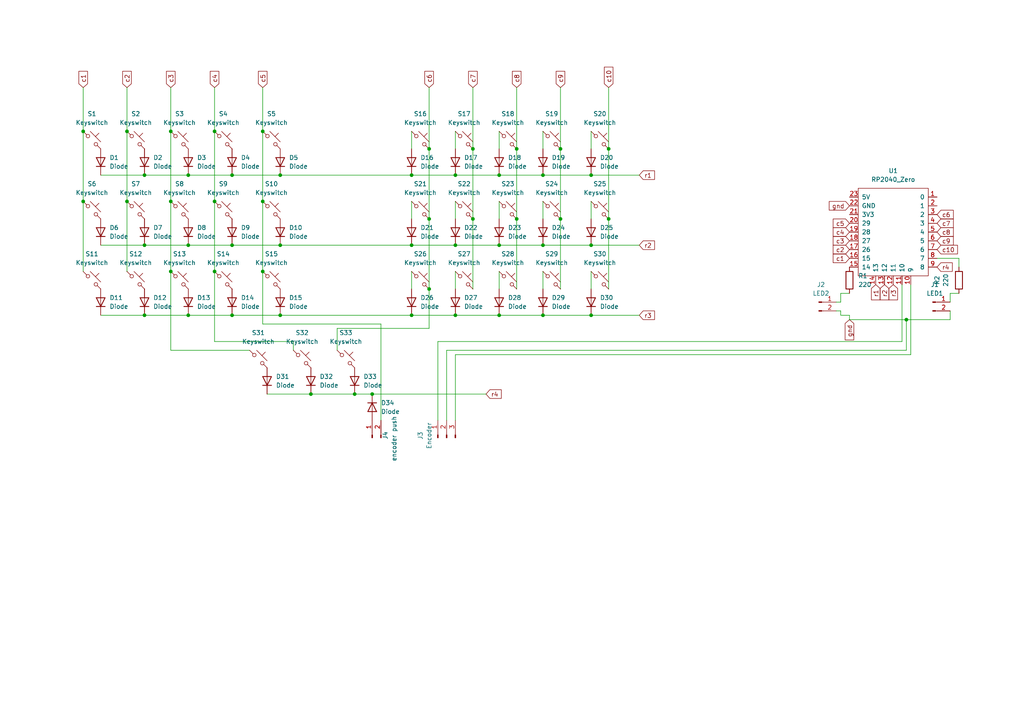
<source format=kicad_sch>
(kicad_sch (version 20230121) (generator eeschema)

  (uuid 06c90a0e-9473-4f75-bdea-c580e35d9ad0)

  (paper "A4")

  (lib_symbols
    (symbol "Connector:Conn_01x02_Pin" (pin_names (offset 1.016) hide) (in_bom yes) (on_board yes)
      (property "Reference" "J" (at 0 2.54 0)
        (effects (font (size 1.27 1.27)))
      )
      (property "Value" "Conn_01x02_Pin" (at 0 -5.08 0)
        (effects (font (size 1.27 1.27)))
      )
      (property "Footprint" "" (at 0 0 0)
        (effects (font (size 1.27 1.27)) hide)
      )
      (property "Datasheet" "~" (at 0 0 0)
        (effects (font (size 1.27 1.27)) hide)
      )
      (property "ki_locked" "" (at 0 0 0)
        (effects (font (size 1.27 1.27)))
      )
      (property "ki_keywords" "connector" (at 0 0 0)
        (effects (font (size 1.27 1.27)) hide)
      )
      (property "ki_description" "Generic connector, single row, 01x02, script generated" (at 0 0 0)
        (effects (font (size 1.27 1.27)) hide)
      )
      (property "ki_fp_filters" "Connector*:*_1x??_*" (at 0 0 0)
        (effects (font (size 1.27 1.27)) hide)
      )
      (symbol "Conn_01x02_Pin_1_1"
        (polyline
          (pts
            (xy 1.27 -2.54)
            (xy 0.8636 -2.54)
          )
          (stroke (width 0.1524) (type default))
          (fill (type none))
        )
        (polyline
          (pts
            (xy 1.27 0)
            (xy 0.8636 0)
          )
          (stroke (width 0.1524) (type default))
          (fill (type none))
        )
        (rectangle (start 0.8636 -2.413) (end 0 -2.667)
          (stroke (width 0.1524) (type default))
          (fill (type outline))
        )
        (rectangle (start 0.8636 0.127) (end 0 -0.127)
          (stroke (width 0.1524) (type default))
          (fill (type outline))
        )
        (pin passive line (at 5.08 0 180) (length 3.81)
          (name "Pin_1" (effects (font (size 1.27 1.27))))
          (number "1" (effects (font (size 1.27 1.27))))
        )
        (pin passive line (at 5.08 -2.54 180) (length 3.81)
          (name "Pin_2" (effects (font (size 1.27 1.27))))
          (number "2" (effects (font (size 1.27 1.27))))
        )
      )
    )
    (symbol "Connector:Conn_01x03_Pin" (pin_names (offset 1.016) hide) (in_bom yes) (on_board yes)
      (property "Reference" "J" (at 0 5.08 0)
        (effects (font (size 1.27 1.27)))
      )
      (property "Value" "Conn_01x03_Pin" (at 0 -5.08 0)
        (effects (font (size 1.27 1.27)))
      )
      (property "Footprint" "" (at 0 0 0)
        (effects (font (size 1.27 1.27)) hide)
      )
      (property "Datasheet" "~" (at 0 0 0)
        (effects (font (size 1.27 1.27)) hide)
      )
      (property "ki_locked" "" (at 0 0 0)
        (effects (font (size 1.27 1.27)))
      )
      (property "ki_keywords" "connector" (at 0 0 0)
        (effects (font (size 1.27 1.27)) hide)
      )
      (property "ki_description" "Generic connector, single row, 01x03, script generated" (at 0 0 0)
        (effects (font (size 1.27 1.27)) hide)
      )
      (property "ki_fp_filters" "Connector*:*_1x??_*" (at 0 0 0)
        (effects (font (size 1.27 1.27)) hide)
      )
      (symbol "Conn_01x03_Pin_1_1"
        (polyline
          (pts
            (xy 1.27 -2.54)
            (xy 0.8636 -2.54)
          )
          (stroke (width 0.1524) (type default))
          (fill (type none))
        )
        (polyline
          (pts
            (xy 1.27 0)
            (xy 0.8636 0)
          )
          (stroke (width 0.1524) (type default))
          (fill (type none))
        )
        (polyline
          (pts
            (xy 1.27 2.54)
            (xy 0.8636 2.54)
          )
          (stroke (width 0.1524) (type default))
          (fill (type none))
        )
        (rectangle (start 0.8636 -2.413) (end 0 -2.667)
          (stroke (width 0.1524) (type default))
          (fill (type outline))
        )
        (rectangle (start 0.8636 0.127) (end 0 -0.127)
          (stroke (width 0.1524) (type default))
          (fill (type outline))
        )
        (rectangle (start 0.8636 2.667) (end 0 2.413)
          (stroke (width 0.1524) (type default))
          (fill (type outline))
        )
        (pin passive line (at 5.08 2.54 180) (length 3.81)
          (name "Pin_1" (effects (font (size 1.27 1.27))))
          (number "1" (effects (font (size 1.27 1.27))))
        )
        (pin passive line (at 5.08 0 180) (length 3.81)
          (name "Pin_2" (effects (font (size 1.27 1.27))))
          (number "2" (effects (font (size 1.27 1.27))))
        )
        (pin passive line (at 5.08 -2.54 180) (length 3.81)
          (name "Pin_3" (effects (font (size 1.27 1.27))))
          (number "3" (effects (font (size 1.27 1.27))))
        )
      )
    )
    (symbol "Device:R" (pin_numbers hide) (pin_names (offset 0)) (in_bom yes) (on_board yes)
      (property "Reference" "R" (at 2.032 0 90)
        (effects (font (size 1.27 1.27)))
      )
      (property "Value" "R" (at 0 0 90)
        (effects (font (size 1.27 1.27)))
      )
      (property "Footprint" "" (at -1.778 0 90)
        (effects (font (size 1.27 1.27)) hide)
      )
      (property "Datasheet" "~" (at 0 0 0)
        (effects (font (size 1.27 1.27)) hide)
      )
      (property "ki_keywords" "R res resistor" (at 0 0 0)
        (effects (font (size 1.27 1.27)) hide)
      )
      (property "ki_description" "Resistor" (at 0 0 0)
        (effects (font (size 1.27 1.27)) hide)
      )
      (property "ki_fp_filters" "R_*" (at 0 0 0)
        (effects (font (size 1.27 1.27)) hide)
      )
      (symbol "R_0_1"
        (rectangle (start -1.016 -2.54) (end 1.016 2.54)
          (stroke (width 0.254) (type default))
          (fill (type none))
        )
      )
      (symbol "R_1_1"
        (pin passive line (at 0 3.81 270) (length 1.27)
          (name "~" (effects (font (size 1.27 1.27))))
          (number "1" (effects (font (size 1.27 1.27))))
        )
        (pin passive line (at 0 -3.81 90) (length 1.27)
          (name "~" (effects (font (size 1.27 1.27))))
          (number "2" (effects (font (size 1.27 1.27))))
        )
      )
    )
    (symbol "ScottoKeebs:MCU_RP2040_Zero" (pin_names (offset 1.016)) (in_bom yes) (on_board yes)
      (property "Reference" "U" (at 0 15.24 0)
        (effects (font (size 1.27 1.27)))
      )
      (property "Value" "RP2040_Zero" (at 0 12.7 0)
        (effects (font (size 1.27 1.27)))
      )
      (property "Footprint" "ScottoKeebs_MCU:RP2040_Zero" (at -8.89 5.08 0)
        (effects (font (size 1.27 1.27)) hide)
      )
      (property "Datasheet" "" (at -8.89 5.08 0)
        (effects (font (size 1.27 1.27)) hide)
      )
      (symbol "MCU_RP2040_Zero_0_1"
        (rectangle (start -10.16 11.43) (end 10.16 -13.97)
          (stroke (width 0) (type default))
          (fill (type none))
        )
      )
      (symbol "MCU_RP2040_Zero_1_1"
        (pin bidirectional line (at 12.7 8.89 180) (length 2.54)
          (name "0" (effects (font (size 1.27 1.27))))
          (number "1" (effects (font (size 1.27 1.27))))
        )
        (pin bidirectional line (at 5.08 -16.51 90) (length 2.54)
          (name "9" (effects (font (size 1.27 1.27))))
          (number "10" (effects (font (size 1.27 1.27))))
        )
        (pin bidirectional line (at 2.54 -16.51 90) (length 2.54)
          (name "10" (effects (font (size 1.27 1.27))))
          (number "11" (effects (font (size 1.27 1.27))))
        )
        (pin bidirectional line (at 0 -16.51 90) (length 2.54)
          (name "11" (effects (font (size 1.27 1.27))))
          (number "12" (effects (font (size 1.27 1.27))))
        )
        (pin bidirectional line (at -2.54 -16.51 90) (length 2.54)
          (name "12" (effects (font (size 1.27 1.27))))
          (number "13" (effects (font (size 1.27 1.27))))
        )
        (pin bidirectional line (at -5.08 -16.51 90) (length 2.54)
          (name "13" (effects (font (size 1.27 1.27))))
          (number "14" (effects (font (size 1.27 1.27))))
        )
        (pin bidirectional line (at -12.7 -11.43 0) (length 2.54)
          (name "14" (effects (font (size 1.27 1.27))))
          (number "15" (effects (font (size 1.27 1.27))))
        )
        (pin bidirectional line (at -12.7 -8.89 0) (length 2.54)
          (name "15" (effects (font (size 1.27 1.27))))
          (number "16" (effects (font (size 1.27 1.27))))
        )
        (pin bidirectional line (at -12.7 -6.35 0) (length 2.54)
          (name "26" (effects (font (size 1.27 1.27))))
          (number "17" (effects (font (size 1.27 1.27))))
        )
        (pin bidirectional line (at -12.7 -3.81 0) (length 2.54)
          (name "27" (effects (font (size 1.27 1.27))))
          (number "18" (effects (font (size 1.27 1.27))))
        )
        (pin bidirectional line (at -12.7 -1.27 0) (length 2.54)
          (name "28" (effects (font (size 1.27 1.27))))
          (number "19" (effects (font (size 1.27 1.27))))
        )
        (pin bidirectional line (at 12.7 6.35 180) (length 2.54)
          (name "1" (effects (font (size 1.27 1.27))))
          (number "2" (effects (font (size 1.27 1.27))))
        )
        (pin bidirectional line (at -12.7 1.27 0) (length 2.54)
          (name "29" (effects (font (size 1.27 1.27))))
          (number "20" (effects (font (size 1.27 1.27))))
        )
        (pin power_out line (at -12.7 3.81 0) (length 2.54)
          (name "3V3" (effects (font (size 1.27 1.27))))
          (number "21" (effects (font (size 1.27 1.27))))
        )
        (pin power_out line (at -12.7 6.35 0) (length 2.54)
          (name "GND" (effects (font (size 1.27 1.27))))
          (number "22" (effects (font (size 1.27 1.27))))
        )
        (pin power_out line (at -12.7 8.89 0) (length 2.54)
          (name "5V" (effects (font (size 1.27 1.27))))
          (number "23" (effects (font (size 1.27 1.27))))
        )
        (pin bidirectional line (at 12.7 3.81 180) (length 2.54)
          (name "2" (effects (font (size 1.27 1.27))))
          (number "3" (effects (font (size 1.27 1.27))))
        )
        (pin bidirectional line (at 12.7 1.27 180) (length 2.54)
          (name "3" (effects (font (size 1.27 1.27))))
          (number "4" (effects (font (size 1.27 1.27))))
        )
        (pin bidirectional line (at 12.7 -1.27 180) (length 2.54)
          (name "4" (effects (font (size 1.27 1.27))))
          (number "5" (effects (font (size 1.27 1.27))))
        )
        (pin bidirectional line (at 12.7 -3.81 180) (length 2.54)
          (name "5" (effects (font (size 1.27 1.27))))
          (number "6" (effects (font (size 1.27 1.27))))
        )
        (pin bidirectional line (at 12.7 -6.35 180) (length 2.54)
          (name "6" (effects (font (size 1.27 1.27))))
          (number "7" (effects (font (size 1.27 1.27))))
        )
        (pin bidirectional line (at 12.7 -8.89 180) (length 2.54)
          (name "7" (effects (font (size 1.27 1.27))))
          (number "8" (effects (font (size 1.27 1.27))))
        )
        (pin bidirectional line (at 12.7 -11.43 180) (length 2.54)
          (name "8" (effects (font (size 1.27 1.27))))
          (number "9" (effects (font (size 1.27 1.27))))
        )
      )
    )
    (symbol "ScottoKeebs:Placeholder_Diode" (pin_numbers hide) (pin_names hide) (in_bom yes) (on_board yes)
      (property "Reference" "D" (at 0 2.54 0)
        (effects (font (size 1.27 1.27)))
      )
      (property "Value" "Diode" (at 0 -2.54 0)
        (effects (font (size 1.27 1.27)))
      )
      (property "Footprint" "" (at 0 0 0)
        (effects (font (size 1.27 1.27)) hide)
      )
      (property "Datasheet" "" (at 0 0 0)
        (effects (font (size 1.27 1.27)) hide)
      )
      (property "Sim.Device" "D" (at 0 0 0)
        (effects (font (size 1.27 1.27)) hide)
      )
      (property "Sim.Pins" "1=K 2=A" (at 0 0 0)
        (effects (font (size 1.27 1.27)) hide)
      )
      (property "ki_keywords" "diode" (at 0 0 0)
        (effects (font (size 1.27 1.27)) hide)
      )
      (property "ki_description" "1N4148 (DO-35) or 1N4148W (SOD-123)" (at 0 0 0)
        (effects (font (size 1.27 1.27)) hide)
      )
      (property "ki_fp_filters" "D*DO?35*" (at 0 0 0)
        (effects (font (size 1.27 1.27)) hide)
      )
      (symbol "Placeholder_Diode_0_1"
        (polyline
          (pts
            (xy -1.27 1.27)
            (xy -1.27 -1.27)
          )
          (stroke (width 0.254) (type default))
          (fill (type none))
        )
        (polyline
          (pts
            (xy 1.27 0)
            (xy -1.27 0)
          )
          (stroke (width 0) (type default))
          (fill (type none))
        )
        (polyline
          (pts
            (xy 1.27 1.27)
            (xy 1.27 -1.27)
            (xy -1.27 0)
            (xy 1.27 1.27)
          )
          (stroke (width 0.254) (type default))
          (fill (type none))
        )
      )
      (symbol "Placeholder_Diode_1_1"
        (pin passive line (at -3.81 0 0) (length 2.54)
          (name "K" (effects (font (size 1.27 1.27))))
          (number "1" (effects (font (size 1.27 1.27))))
        )
        (pin passive line (at 3.81 0 180) (length 2.54)
          (name "A" (effects (font (size 1.27 1.27))))
          (number "2" (effects (font (size 1.27 1.27))))
        )
      )
    )
    (symbol "ScottoKeebs:Placeholder_Keyswitch" (pin_numbers hide) (pin_names (offset 1.016) hide) (in_bom yes) (on_board yes)
      (property "Reference" "S" (at 3.048 1.016 0)
        (effects (font (size 1.27 1.27)) (justify left))
      )
      (property "Value" "Keyswitch" (at 0 -3.81 0)
        (effects (font (size 1.27 1.27)))
      )
      (property "Footprint" "" (at 0 0 0)
        (effects (font (size 1.27 1.27)) hide)
      )
      (property "Datasheet" "~" (at 0 0 0)
        (effects (font (size 1.27 1.27)) hide)
      )
      (property "ki_keywords" "switch normally-open pushbutton push-button" (at 0 0 0)
        (effects (font (size 1.27 1.27)) hide)
      )
      (property "ki_description" "Push button switch, normally open, two pins, 45° tilted" (at 0 0 0)
        (effects (font (size 1.27 1.27)) hide)
      )
      (symbol "Placeholder_Keyswitch_0_1"
        (circle (center -1.1684 1.1684) (radius 0.508)
          (stroke (width 0) (type default))
          (fill (type none))
        )
        (polyline
          (pts
            (xy -0.508 2.54)
            (xy 2.54 -0.508)
          )
          (stroke (width 0) (type default))
          (fill (type none))
        )
        (polyline
          (pts
            (xy 1.016 1.016)
            (xy 2.032 2.032)
          )
          (stroke (width 0) (type default))
          (fill (type none))
        )
        (polyline
          (pts
            (xy -2.54 2.54)
            (xy -1.524 1.524)
            (xy -1.524 1.524)
          )
          (stroke (width 0) (type default))
          (fill (type none))
        )
        (polyline
          (pts
            (xy 1.524 -1.524)
            (xy 2.54 -2.54)
            (xy 2.54 -2.54)
            (xy 2.54 -2.54)
          )
          (stroke (width 0) (type default))
          (fill (type none))
        )
        (circle (center 1.143 -1.1938) (radius 0.508)
          (stroke (width 0) (type default))
          (fill (type none))
        )
        (pin passive line (at -2.54 2.54 0) (length 0)
          (name "1" (effects (font (size 1.27 1.27))))
          (number "1" (effects (font (size 1.27 1.27))))
        )
        (pin passive line (at 2.54 -2.54 180) (length 0)
          (name "2" (effects (font (size 1.27 1.27))))
          (number "2" (effects (font (size 1.27 1.27))))
        )
      )
    )
  )

  (junction (at 171.45 50.8) (diameter 0) (color 0 0 0 0)
    (uuid 0070717c-0b18-4dd7-96fc-ae3e6dd64d38)
  )
  (junction (at 62.23 78.74) (diameter 0) (color 0 0 0 0)
    (uuid 012dbe9a-8987-4764-8798-c749a65631f0)
  )
  (junction (at 124.46 83.82) (diameter 0) (color 0 0 0 0)
    (uuid 0e393cba-3e83-4fd3-b9c8-f3b36e071423)
  )
  (junction (at 54.61 50.8) (diameter 0) (color 0 0 0 0)
    (uuid 198db51b-3eaf-4d71-9ebb-51a029a9846f)
  )
  (junction (at 171.45 91.44) (diameter 0) (color 0 0 0 0)
    (uuid 19e95d70-b658-4b78-b08b-80b2b0d2e270)
  )
  (junction (at 132.08 91.44) (diameter 0) (color 0 0 0 0)
    (uuid 1c65ac77-7fd7-4000-9d2f-f03706b639bc)
  )
  (junction (at 157.48 71.12) (diameter 0) (color 0 0 0 0)
    (uuid 1d1fd33a-2bf8-4cf2-a62b-7bb5be5a0c42)
  )
  (junction (at 36.83 58.42) (diameter 0) (color 0 0 0 0)
    (uuid 1da4b6d1-ab10-40ea-8787-3f0d6b4d2717)
  )
  (junction (at 67.31 71.12) (diameter 0) (color 0 0 0 0)
    (uuid 232401bd-bb3d-4aa9-b352-6efb5e23a40f)
  )
  (junction (at 49.53 58.42) (diameter 0) (color 0 0 0 0)
    (uuid 24f1bb31-893f-44d0-a7bc-c815b6f44d46)
  )
  (junction (at 171.45 71.12) (diameter 0) (color 0 0 0 0)
    (uuid 270d5e6d-8a00-4af7-b139-de15d7a7c501)
  )
  (junction (at 76.2 58.42) (diameter 0) (color 0 0 0 0)
    (uuid 2c13ad10-21bb-47f6-8537-ec0a2f01cb91)
  )
  (junction (at 162.56 63.5) (diameter 0) (color 0 0 0 0)
    (uuid 3a88fb56-7834-4c92-aca8-1451d4f80dac)
  )
  (junction (at 81.28 91.44) (diameter 0) (color 0 0 0 0)
    (uuid 3cd2ccc3-198b-4937-a353-da5786bf1918)
  )
  (junction (at 41.91 50.8) (diameter 0) (color 0 0 0 0)
    (uuid 4214aac1-7a49-426f-839e-9e226ba4df24)
  )
  (junction (at 157.48 50.8) (diameter 0) (color 0 0 0 0)
    (uuid 497f240f-647d-4c6e-b6e9-31c4066f6f4d)
  )
  (junction (at 67.31 91.44) (diameter 0) (color 0 0 0 0)
    (uuid 4adffad5-89f3-4637-bfa3-029a8c249d43)
  )
  (junction (at 132.08 71.12) (diameter 0) (color 0 0 0 0)
    (uuid 514175ba-c485-408f-ab2d-a16a3bfbe5db)
  )
  (junction (at 144.78 71.12) (diameter 0) (color 0 0 0 0)
    (uuid 520da2bc-afb8-4b8e-915c-2f82bd463380)
  )
  (junction (at 124.46 43.18) (diameter 0) (color 0 0 0 0)
    (uuid 61959be4-60fd-4a32-8d3f-d4696754a089)
  )
  (junction (at 162.56 43.18) (diameter 0) (color 0 0 0 0)
    (uuid 61b396de-127a-49d8-90da-6de6717db833)
  )
  (junction (at 149.86 63.5) (diameter 0) (color 0 0 0 0)
    (uuid 626926de-a533-48cb-9bdc-92c75824c84b)
  )
  (junction (at 119.38 91.44) (diameter 0) (color 0 0 0 0)
    (uuid 642d61bc-7ce7-47e1-8264-959714e454a9)
  )
  (junction (at 81.28 50.8) (diameter 0) (color 0 0 0 0)
    (uuid 674e8913-f0fd-4934-a588-d24207da146c)
  )
  (junction (at 144.78 50.8) (diameter 0) (color 0 0 0 0)
    (uuid 7e4e67bc-64ea-4dcd-a78c-1c514a9059f6)
  )
  (junction (at 54.61 71.12) (diameter 0) (color 0 0 0 0)
    (uuid 87a4b522-6bbd-4857-8901-4226b313adc1)
  )
  (junction (at 137.16 63.5) (diameter 0) (color 0 0 0 0)
    (uuid 8afd6e35-0749-4200-810f-7b87a8d670de)
  )
  (junction (at 24.13 38.1) (diameter 0) (color 0 0 0 0)
    (uuid 96d7a6b8-9cd6-492a-8600-d7c09d4140b8)
  )
  (junction (at 119.38 50.8) (diameter 0) (color 0 0 0 0)
    (uuid 9ff75fa7-3e6f-4e82-b254-7a7b3ee1ebdc)
  )
  (junction (at 76.2 38.1) (diameter 0) (color 0 0 0 0)
    (uuid a141db24-1d3a-490b-af63-bdf9bf2cec02)
  )
  (junction (at 67.31 50.8) (diameter 0) (color 0 0 0 0)
    (uuid a1614d14-408e-4133-bb0b-a1779b6ae381)
  )
  (junction (at 132.08 50.8) (diameter 0) (color 0 0 0 0)
    (uuid a9ab92a1-1f4c-47c4-8533-3f80b28ef3d3)
  )
  (junction (at 81.28 71.12) (diameter 0) (color 0 0 0 0)
    (uuid adaaf435-6b7d-45f4-924e-e46c745cfdea)
  )
  (junction (at 144.78 91.44) (diameter 0) (color 0 0 0 0)
    (uuid b66f2c94-14af-4716-bec1-3734ffa6b0e5)
  )
  (junction (at 36.83 38.1) (diameter 0) (color 0 0 0 0)
    (uuid b7807a71-d8c5-4a61-961f-424a600d0414)
  )
  (junction (at 41.91 91.44) (diameter 0) (color 0 0 0 0)
    (uuid b8c3bea3-6109-467e-8e2b-f74816fca88f)
  )
  (junction (at 102.87 114.3) (diameter 0) (color 0 0 0 0)
    (uuid be67fbda-128b-4713-80c4-abb329d7478f)
  )
  (junction (at 124.46 63.5) (diameter 0) (color 0 0 0 0)
    (uuid bfd0c0ce-08f7-48d7-a0fd-bd12269e97e7)
  )
  (junction (at 41.91 71.12) (diameter 0) (color 0 0 0 0)
    (uuid c1bfd85f-76c2-4bc0-accb-7289cc4e1a32)
  )
  (junction (at 149.86 43.18) (diameter 0) (color 0 0 0 0)
    (uuid c46bc6b5-23e3-4e53-aa5f-3927c1a4e6a9)
  )
  (junction (at 137.16 43.18) (diameter 0) (color 0 0 0 0)
    (uuid c962ebcd-1712-405a-83cf-010e1a9bf2af)
  )
  (junction (at 119.38 71.12) (diameter 0) (color 0 0 0 0)
    (uuid cbd6a2d3-56a5-4e12-8855-8c87d0d96036)
  )
  (junction (at 24.13 58.42) (diameter 0) (color 0 0 0 0)
    (uuid d22c636c-47c5-46cd-bfdc-6e9f0fbb80bf)
  )
  (junction (at 54.61 91.44) (diameter 0) (color 0 0 0 0)
    (uuid d23de404-fc7a-4357-88c5-45670c695ff4)
  )
  (junction (at 107.95 114.3) (diameter 0) (color 0 0 0 0)
    (uuid e0f24a0a-f5d4-49c6-9c50-60059d6a18cf)
  )
  (junction (at 76.2 78.74) (diameter 0) (color 0 0 0 0)
    (uuid e346df94-6ceb-4ffb-9dde-a9da06f7e75f)
  )
  (junction (at 49.53 78.74) (diameter 0) (color 0 0 0 0)
    (uuid e499ece2-2ad5-4fa2-8094-b7919d3d3610)
  )
  (junction (at 62.23 38.1) (diameter 0) (color 0 0 0 0)
    (uuid e97012c4-59be-405e-abac-b4c9cc7e71f7)
  )
  (junction (at 90.17 114.3) (diameter 0) (color 0 0 0 0)
    (uuid edfba687-c467-4d55-8fcc-ee66428ac203)
  )
  (junction (at 262.89 92.71) (diameter 0) (color 0 0 0 0)
    (uuid f1b97760-06fe-40d4-83ed-64b67e48128a)
  )
  (junction (at 176.53 63.5) (diameter 0) (color 0 0 0 0)
    (uuid f44f5b04-cedf-4267-a338-b8c71c2b3f05)
  )
  (junction (at 49.53 38.1) (diameter 0) (color 0 0 0 0)
    (uuid f46a81e4-67a5-49d4-8ecd-18d0ea6dd152)
  )
  (junction (at 157.48 91.44) (diameter 0) (color 0 0 0 0)
    (uuid f92f15ae-96de-4a9f-9b8c-6fbf245513d7)
  )
  (junction (at 176.53 43.18) (diameter 0) (color 0 0 0 0)
    (uuid fbddcd33-e740-4dff-a4d5-869130f255ef)
  )
  (junction (at 62.23 58.42) (diameter 0) (color 0 0 0 0)
    (uuid fdf760f2-4acb-4b7d-8cfc-8f49a71d00e0)
  )

  (wire (pts (xy 62.23 99.06) (xy 62.23 78.74))
    (stroke (width 0) (type default))
    (uuid 01991251-8877-4e10-b2a4-b5f2b7dca051)
  )
  (wire (pts (xy 29.21 71.12) (xy 41.91 71.12))
    (stroke (width 0) (type default))
    (uuid 02950786-a961-4753-bd57-7ae692da012b)
  )
  (wire (pts (xy 62.23 78.74) (xy 62.23 58.42))
    (stroke (width 0) (type default))
    (uuid 040b43e1-9f8f-45dc-92c4-d709d28b6603)
  )
  (wire (pts (xy 62.23 25.4) (xy 62.23 38.1))
    (stroke (width 0) (type default))
    (uuid 09c927a1-bbd2-4682-8bdc-e9eb72fcebb4)
  )
  (wire (pts (xy 119.38 91.44) (xy 132.08 91.44))
    (stroke (width 0) (type default))
    (uuid 09fe8b62-9dbc-4f12-a235-1fb3aef79848)
  )
  (wire (pts (xy 137.16 43.18) (xy 137.16 63.5))
    (stroke (width 0) (type default))
    (uuid 0a6ffd8d-27d0-4a77-a7f9-91f850a0ecaf)
  )
  (wire (pts (xy 85.09 101.6) (xy 85.09 99.06))
    (stroke (width 0) (type default))
    (uuid 0c088665-c406-4add-8cda-f59747b259f2)
  )
  (wire (pts (xy 76.2 93.98) (xy 76.2 78.74))
    (stroke (width 0) (type default))
    (uuid 0c2afbb5-0981-4e47-a99d-6f6408800710)
  )
  (wire (pts (xy 124.46 43.18) (xy 124.46 25.4))
    (stroke (width 0) (type default))
    (uuid 0cfcc750-5ea5-42cb-a635-d19ab011a157)
  )
  (wire (pts (xy 275.59 85.09) (xy 278.13 85.09))
    (stroke (width 0) (type default))
    (uuid 0e0647a6-020b-43b3-8efe-7779a5669186)
  )
  (wire (pts (xy 157.48 71.12) (xy 171.45 71.12))
    (stroke (width 0) (type default))
    (uuid 0e63234a-c9ce-4f19-8b5b-c9e149b8d101)
  )
  (wire (pts (xy 144.78 38.1) (xy 144.78 43.18))
    (stroke (width 0) (type default))
    (uuid 10177ba1-765d-4405-b322-3f9880de4249)
  )
  (wire (pts (xy 124.46 63.5) (xy 124.46 83.82))
    (stroke (width 0) (type default))
    (uuid 10d27b1e-aa2e-4151-81d9-c15ea838eccf)
  )
  (wire (pts (xy 36.83 78.74) (xy 36.83 58.42))
    (stroke (width 0) (type default))
    (uuid 161e0165-44f3-4cad-a8c6-6351827129d9)
  )
  (wire (pts (xy 176.53 43.18) (xy 176.53 25.4))
    (stroke (width 0) (type default))
    (uuid 1a78c9b6-7464-463b-8990-ab8c45e1a438)
  )
  (wire (pts (xy 127 99.06) (xy 261.62 99.06))
    (stroke (width 0) (type default))
    (uuid 1ca0e2ed-121f-41aa-b7fb-ed00c9a3836a)
  )
  (wire (pts (xy 132.08 121.92) (xy 132.08 102.87))
    (stroke (width 0) (type default))
    (uuid 26e9963e-2b89-4f5f-a960-c01df34a0b8a)
  )
  (wire (pts (xy 137.16 63.5) (xy 137.16 83.82))
    (stroke (width 0) (type default))
    (uuid 33ae1f46-43df-4110-9bd2-ec0c4d9de39f)
  )
  (wire (pts (xy 67.31 91.44) (xy 81.28 91.44))
    (stroke (width 0) (type default))
    (uuid 3684f9c9-b3c9-453a-961e-29f3613abf57)
  )
  (wire (pts (xy 41.91 91.44) (xy 54.61 91.44))
    (stroke (width 0) (type default))
    (uuid 370a4d5d-1768-493a-9b49-fc29d50d1541)
  )
  (wire (pts (xy 102.87 114.3) (xy 107.95 114.3))
    (stroke (width 0) (type default))
    (uuid 376cb383-8a9f-47e6-a522-03bd8437506c)
  )
  (wire (pts (xy 261.62 82.55) (xy 261.62 99.06))
    (stroke (width 0) (type default))
    (uuid 45464d9c-6398-492f-ab15-03cfb3cf5b84)
  )
  (wire (pts (xy 67.31 50.8) (xy 81.28 50.8))
    (stroke (width 0) (type default))
    (uuid 4b9a5015-cc4c-4e27-bb1b-3f868370eced)
  )
  (wire (pts (xy 62.23 58.42) (xy 62.23 38.1))
    (stroke (width 0) (type default))
    (uuid 4e58156c-19ea-4115-9a4d-fabf99d2aab6)
  )
  (wire (pts (xy 171.45 50.8) (xy 185.42 50.8))
    (stroke (width 0) (type default))
    (uuid 4efe7e2a-1846-4843-abce-418900c11393)
  )
  (wire (pts (xy 132.08 102.87) (xy 264.16 102.87))
    (stroke (width 0) (type default))
    (uuid 4ff713d0-72c3-4eb1-9ff2-0815da5db43f)
  )
  (wire (pts (xy 77.47 114.3) (xy 90.17 114.3))
    (stroke (width 0) (type default))
    (uuid 5264f1d4-2239-4155-b7ce-ff0445e08b65)
  )
  (wire (pts (xy 81.28 91.44) (xy 119.38 91.44))
    (stroke (width 0) (type default))
    (uuid 52beeee6-3c7a-43de-9c96-7bff251b8ebf)
  )
  (wire (pts (xy 171.45 38.1) (xy 171.45 43.18))
    (stroke (width 0) (type default))
    (uuid 52cfa97d-3149-4249-9545-76df44ac90f4)
  )
  (wire (pts (xy 124.46 95.25) (xy 124.46 83.82))
    (stroke (width 0) (type default))
    (uuid 56596a03-87bb-4f51-8b7c-26a9e362d2ba)
  )
  (wire (pts (xy 243.84 90.17) (xy 243.84 91.44))
    (stroke (width 0) (type default))
    (uuid 5ae5f2b5-28c5-452b-800c-5d508bd58ac3)
  )
  (wire (pts (xy 176.53 63.5) (xy 176.53 83.82))
    (stroke (width 0) (type default))
    (uuid 624a5fa7-efe4-4b47-9de3-d2b352de8b6c)
  )
  (wire (pts (xy 144.78 91.44) (xy 157.48 91.44))
    (stroke (width 0) (type default))
    (uuid 6431b413-030f-4672-9110-1316a43dedcf)
  )
  (wire (pts (xy 157.48 78.74) (xy 157.48 83.82))
    (stroke (width 0) (type default))
    (uuid 6439c774-586b-44fe-90e5-68dc02f213e7)
  )
  (wire (pts (xy 132.08 71.12) (xy 144.78 71.12))
    (stroke (width 0) (type default))
    (uuid 6501f4a2-f566-4054-9947-bc2cdad4a5fb)
  )
  (wire (pts (xy 76.2 58.42) (xy 76.2 38.1))
    (stroke (width 0) (type default))
    (uuid 675716f2-9072-49ca-ab89-a527f7152a15)
  )
  (wire (pts (xy 54.61 50.8) (xy 67.31 50.8))
    (stroke (width 0) (type default))
    (uuid 6767bea4-6be1-464a-b53c-980211d1838a)
  )
  (wire (pts (xy 81.28 50.8) (xy 119.38 50.8))
    (stroke (width 0) (type default))
    (uuid 68383912-77c1-41f9-be80-3c9a7abc2888)
  )
  (wire (pts (xy 171.45 58.42) (xy 171.45 63.5))
    (stroke (width 0) (type default))
    (uuid 6d984f50-0bea-4312-ac46-bb81c8a13164)
  )
  (wire (pts (xy 278.13 77.47) (xy 278.13 74.93))
    (stroke (width 0) (type default))
    (uuid 6ec4f2d9-2bb3-400f-a5de-24c922d62998)
  )
  (wire (pts (xy 262.89 92.71) (xy 275.59 92.71))
    (stroke (width 0) (type default))
    (uuid 6ed5ee61-33f2-451e-90b6-8c57c1fbcebf)
  )
  (wire (pts (xy 171.45 71.12) (xy 185.42 71.12))
    (stroke (width 0) (type default))
    (uuid 71537a44-f4bf-4345-b1bb-f5a20f814a51)
  )
  (wire (pts (xy 157.48 91.44) (xy 171.45 91.44))
    (stroke (width 0) (type default))
    (uuid 732635cf-9e2e-4b34-8762-d72a2aa1c45b)
  )
  (wire (pts (xy 157.48 58.42) (xy 157.48 63.5))
    (stroke (width 0) (type default))
    (uuid 736b26f3-2162-4fcf-a432-5102fcbb9835)
  )
  (wire (pts (xy 162.56 43.18) (xy 162.56 63.5))
    (stroke (width 0) (type default))
    (uuid 73e518cd-5248-42cb-a370-4f8937b80b56)
  )
  (wire (pts (xy 49.53 101.6) (xy 49.53 78.74))
    (stroke (width 0) (type default))
    (uuid 745cc228-0d05-411f-a89e-b6b44b2722fd)
  )
  (wire (pts (xy 171.45 78.74) (xy 171.45 83.82))
    (stroke (width 0) (type default))
    (uuid 7779d76b-ef43-4aa5-bedf-5d0fdd936561)
  )
  (wire (pts (xy 149.86 43.18) (xy 149.86 25.4))
    (stroke (width 0) (type default))
    (uuid 795ca247-efba-4f62-a375-6004ef45749a)
  )
  (wire (pts (xy 119.38 78.74) (xy 119.38 83.82))
    (stroke (width 0) (type default))
    (uuid 7a7925a6-aedf-463f-92b5-86195aeeaf36)
  )
  (wire (pts (xy 119.38 71.12) (xy 132.08 71.12))
    (stroke (width 0) (type default))
    (uuid 7b2a39ab-73bf-4653-bed0-112b80989ca6)
  )
  (wire (pts (xy 24.13 25.4) (xy 24.13 38.1))
    (stroke (width 0) (type default))
    (uuid 7b847b6c-1e31-4b38-a995-0d9c7b220555)
  )
  (wire (pts (xy 242.57 90.17) (xy 243.84 90.17))
    (stroke (width 0) (type default))
    (uuid 7bf06fb3-2511-448a-83db-c16a26f49c07)
  )
  (wire (pts (xy 119.38 58.42) (xy 119.38 63.5))
    (stroke (width 0) (type default))
    (uuid 8085357e-19f9-4889-83df-a6db13f3bbda)
  )
  (wire (pts (xy 246.38 92.71) (xy 262.89 92.71))
    (stroke (width 0) (type default))
    (uuid 83ae00a6-971a-46a7-8396-25de85bbe973)
  )
  (wire (pts (xy 81.28 71.12) (xy 119.38 71.12))
    (stroke (width 0) (type default))
    (uuid 8a19c251-e66a-4908-a953-a6aa8d9d0fa1)
  )
  (wire (pts (xy 36.83 25.4) (xy 36.83 38.1))
    (stroke (width 0) (type default))
    (uuid 90afb991-1578-430e-b14f-4f1f68829827)
  )
  (wire (pts (xy 262.89 101.6) (xy 262.89 92.71))
    (stroke (width 0) (type default))
    (uuid 921a4be8-d7cf-466a-9787-7aca820a69c9)
  )
  (wire (pts (xy 49.53 78.74) (xy 49.53 58.42))
    (stroke (width 0) (type default))
    (uuid 92d9d5f3-c070-49f3-89be-c379cd25517a)
  )
  (wire (pts (xy 24.13 78.74) (xy 24.13 58.42))
    (stroke (width 0) (type default))
    (uuid 93a84ee6-5251-4cc6-93d2-1568c0c7d239)
  )
  (wire (pts (xy 242.57 87.63) (xy 243.84 87.63))
    (stroke (width 0) (type default))
    (uuid 94680635-23b7-461a-9828-5c726d585fa9)
  )
  (wire (pts (xy 110.49 93.98) (xy 76.2 93.98))
    (stroke (width 0) (type default))
    (uuid 958df508-ee6e-4c94-9501-b804f017da10)
  )
  (wire (pts (xy 243.84 85.09) (xy 246.38 85.09))
    (stroke (width 0) (type default))
    (uuid 967c6fba-27a8-44fd-801a-de992ce17144)
  )
  (wire (pts (xy 72.39 101.6) (xy 49.53 101.6))
    (stroke (width 0) (type default))
    (uuid 9753e6eb-3531-4d6e-8edb-dd1306b47937)
  )
  (wire (pts (xy 97.79 101.6) (xy 97.79 95.25))
    (stroke (width 0) (type default))
    (uuid 98f14f12-8ae6-4c48-9853-9db83c6b942c)
  )
  (wire (pts (xy 41.91 71.12) (xy 54.61 71.12))
    (stroke (width 0) (type default))
    (uuid 9b7943cd-3c24-4050-9472-55745b1bbcc1)
  )
  (wire (pts (xy 110.49 121.92) (xy 110.49 93.98))
    (stroke (width 0) (type default))
    (uuid 9c4f7f31-bfec-4450-931e-f1d8af226a16)
  )
  (wire (pts (xy 278.13 74.93) (xy 271.78 74.93))
    (stroke (width 0) (type default))
    (uuid 9c6f02f7-5c10-432b-ad6a-0d575ed055bd)
  )
  (wire (pts (xy 243.84 87.63) (xy 243.84 85.09))
    (stroke (width 0) (type default))
    (uuid 9e0bbb0d-578c-4ef0-adec-416c07a90f55)
  )
  (wire (pts (xy 29.21 50.8) (xy 41.91 50.8))
    (stroke (width 0) (type default))
    (uuid 9eef164b-8822-4c9a-9c66-3fa8563b5f53)
  )
  (wire (pts (xy 132.08 58.42) (xy 132.08 63.5))
    (stroke (width 0) (type default))
    (uuid a377ec96-ed4f-4596-a201-d707efd5e3aa)
  )
  (wire (pts (xy 144.78 71.12) (xy 157.48 71.12))
    (stroke (width 0) (type default))
    (uuid a3fdc236-bf72-4b1e-8325-e581451e1309)
  )
  (wire (pts (xy 90.17 114.3) (xy 102.87 114.3))
    (stroke (width 0) (type default))
    (uuid a626b468-2cee-42de-b7a4-163fa0c0e141)
  )
  (wire (pts (xy 24.13 58.42) (xy 24.13 38.1))
    (stroke (width 0) (type default))
    (uuid a81f5055-c6e3-45db-8375-3c78f92e01c5)
  )
  (wire (pts (xy 275.59 90.17) (xy 275.59 92.71))
    (stroke (width 0) (type default))
    (uuid a82faff1-9d0c-4224-add3-0811d180423c)
  )
  (wire (pts (xy 144.78 78.74) (xy 144.78 83.82))
    (stroke (width 0) (type default))
    (uuid a96994fd-3db3-4f10-b1f8-4d3870b467ef)
  )
  (wire (pts (xy 54.61 91.44) (xy 67.31 91.44))
    (stroke (width 0) (type default))
    (uuid aac46b3e-9728-4d6c-97ee-a4bb218c84ab)
  )
  (wire (pts (xy 144.78 50.8) (xy 157.48 50.8))
    (stroke (width 0) (type default))
    (uuid b8fdbe5b-3606-4f3e-ba49-dbf6c1de25b1)
  )
  (wire (pts (xy 76.2 78.74) (xy 76.2 58.42))
    (stroke (width 0) (type default))
    (uuid b9da58f8-5927-4e65-8f6f-92e4158a46f2)
  )
  (wire (pts (xy 54.61 71.12) (xy 67.31 71.12))
    (stroke (width 0) (type default))
    (uuid bc95e0f6-69b4-44d8-b0c4-d83edf440c11)
  )
  (wire (pts (xy 246.38 91.44) (xy 246.38 92.71))
    (stroke (width 0) (type default))
    (uuid c097f287-e151-4732-a86c-2d18c83bcfa5)
  )
  (wire (pts (xy 137.16 25.4) (xy 137.16 43.18))
    (stroke (width 0) (type default))
    (uuid c38db55d-aa0f-4a87-a43f-d2f4e701a555)
  )
  (wire (pts (xy 107.95 114.3) (xy 140.97 114.3))
    (stroke (width 0) (type default))
    (uuid c56c2c3e-903c-480d-9a61-bff3dc3359d4)
  )
  (wire (pts (xy 157.48 50.8) (xy 171.45 50.8))
    (stroke (width 0) (type default))
    (uuid c73566e0-9a78-4019-ad76-ea40d253f4ca)
  )
  (wire (pts (xy 129.54 101.6) (xy 262.89 101.6))
    (stroke (width 0) (type default))
    (uuid c8d6df41-0f2e-4a49-bb47-b8e652dab21b)
  )
  (wire (pts (xy 144.78 58.42) (xy 144.78 63.5))
    (stroke (width 0) (type default))
    (uuid c9c99cac-66bb-4c88-8edc-a34009367043)
  )
  (wire (pts (xy 76.2 25.4) (xy 76.2 38.1))
    (stroke (width 0) (type default))
    (uuid cace8690-e3ec-4455-b106-170db44302b3)
  )
  (wire (pts (xy 36.83 58.42) (xy 36.83 38.1))
    (stroke (width 0) (type default))
    (uuid cae65f40-e713-404e-9fcb-f1b756328064)
  )
  (wire (pts (xy 149.86 43.18) (xy 149.86 63.5))
    (stroke (width 0) (type default))
    (uuid d3201e55-4afe-4964-a4be-e0f447bac168)
  )
  (wire (pts (xy 49.53 58.42) (xy 49.53 38.1))
    (stroke (width 0) (type default))
    (uuid d37be710-0c0e-4ca3-ab29-8b532c6bd44e)
  )
  (wire (pts (xy 132.08 50.8) (xy 144.78 50.8))
    (stroke (width 0) (type default))
    (uuid d431a09d-0d43-48a3-b483-3efc8ce8665c)
  )
  (wire (pts (xy 162.56 43.18) (xy 162.56 25.4))
    (stroke (width 0) (type default))
    (uuid d4767313-0a81-4b09-b7eb-aed7448496b2)
  )
  (wire (pts (xy 97.79 95.25) (xy 124.46 95.25))
    (stroke (width 0) (type default))
    (uuid d5668d98-82dc-4645-9d27-a7c09e056f93)
  )
  (wire (pts (xy 119.38 50.8) (xy 132.08 50.8))
    (stroke (width 0) (type default))
    (uuid db209583-3013-4ce2-9721-e637de61e569)
  )
  (wire (pts (xy 149.86 63.5) (xy 149.86 83.82))
    (stroke (width 0) (type default))
    (uuid dbcd9d03-a045-4db1-bfbc-708244fa1aba)
  )
  (wire (pts (xy 132.08 78.74) (xy 132.08 83.82))
    (stroke (width 0) (type default))
    (uuid dc0c6d7f-17c6-4b30-abf7-5fda4ffae84f)
  )
  (wire (pts (xy 129.54 121.92) (xy 129.54 101.6))
    (stroke (width 0) (type default))
    (uuid deb6c29d-12d4-4955-8a92-52fb025f82ea)
  )
  (wire (pts (xy 29.21 91.44) (xy 41.91 91.44))
    (stroke (width 0) (type default))
    (uuid e09aa41c-32bb-41ce-861b-608ef59a05e4)
  )
  (wire (pts (xy 67.31 71.12) (xy 81.28 71.12))
    (stroke (width 0) (type default))
    (uuid e3d13432-ce34-4210-9f1c-d47bfc5ebce8)
  )
  (wire (pts (xy 185.42 91.44) (xy 171.45 91.44))
    (stroke (width 0) (type default))
    (uuid e4aa07a7-faba-473f-9b25-d900a77e5240)
  )
  (wire (pts (xy 132.08 38.1) (xy 132.08 43.18))
    (stroke (width 0) (type default))
    (uuid e4c9c1cd-8bbb-48ad-8f38-f81908f996d3)
  )
  (wire (pts (xy 49.53 25.4) (xy 49.53 38.1))
    (stroke (width 0) (type default))
    (uuid e603c80d-a37a-4fb5-994e-703e66e1b19d)
  )
  (wire (pts (xy 119.38 38.1) (xy 119.38 43.18))
    (stroke (width 0) (type default))
    (uuid e79a49ff-3308-4d90-b2ea-7b351cda5785)
  )
  (wire (pts (xy 275.59 87.63) (xy 275.59 85.09))
    (stroke (width 0) (type default))
    (uuid e7b24a46-e198-4207-bd9b-75e218226e5c)
  )
  (wire (pts (xy 162.56 63.5) (xy 162.56 83.82))
    (stroke (width 0) (type default))
    (uuid eafd6036-8d0a-4a85-8fd5-9c00b1e9b443)
  )
  (wire (pts (xy 243.84 91.44) (xy 246.38 91.44))
    (stroke (width 0) (type default))
    (uuid eed1b936-4e7e-4260-8e07-acf58500e559)
  )
  (wire (pts (xy 127 121.92) (xy 127 99.06))
    (stroke (width 0) (type default))
    (uuid f056605f-16f5-4b09-98df-37ff63fcccf2)
  )
  (wire (pts (xy 132.08 91.44) (xy 144.78 91.44))
    (stroke (width 0) (type default))
    (uuid f0c106dd-88a0-4458-b431-4c08527416c9)
  )
  (wire (pts (xy 85.09 99.06) (xy 62.23 99.06))
    (stroke (width 0) (type default))
    (uuid f4f17a60-5fd7-4f30-af51-2501f0ce295a)
  )
  (wire (pts (xy 157.48 38.1) (xy 157.48 43.18))
    (stroke (width 0) (type default))
    (uuid f744806d-bae0-4f16-8ae5-e914c18cfe7a)
  )
  (wire (pts (xy 41.91 50.8) (xy 54.61 50.8))
    (stroke (width 0) (type default))
    (uuid f82d0930-f093-44b0-85d5-9fa325f39505)
  )
  (wire (pts (xy 124.46 43.18) (xy 124.46 63.5))
    (stroke (width 0) (type default))
    (uuid fb3d2475-cd50-4836-bdc5-c19752adafcd)
  )
  (wire (pts (xy 176.53 43.18) (xy 176.53 63.5))
    (stroke (width 0) (type default))
    (uuid fb783507-fb31-46dc-a0ac-53b2424a8c94)
  )
  (wire (pts (xy 264.16 102.87) (xy 264.16 82.55))
    (stroke (width 0) (type default))
    (uuid fc8b2d78-9d49-4116-b347-afaeaa9c34f7)
  )

  (global_label "r3" (shape input) (at 259.08 82.55 270) (fields_autoplaced)
    (effects (font (size 1.27 1.27)) (justify right))
    (uuid 02965046-c9b0-427d-bb38-2419152a6fcc)
    (property "Intersheetrefs" "${INTERSHEET_REFS}" (at 259.08 87.5309 90)
      (effects (font (size 1.27 1.27)) (justify right) hide)
    )
  )
  (global_label "gnd" (shape input) (at 246.38 92.71 270) (fields_autoplaced)
    (effects (font (size 1.27 1.27)) (justify right))
    (uuid 0d24818e-b1ca-4a85-b613-ee170b830164)
    (property "Intersheetrefs" "${INTERSHEET_REFS}" (at 246.38 99.1422 90)
      (effects (font (size 1.27 1.27)) (justify right) hide)
    )
  )
  (global_label "c4" (shape input) (at 62.23 25.4 90) (fields_autoplaced)
    (effects (font (size 1.27 1.27)) (justify left))
    (uuid 0f3cd7d6-814a-4354-9c23-45ea541053a0)
    (property "Intersheetrefs" "${INTERSHEET_REFS}" (at 62.23 20.1167 90)
      (effects (font (size 1.27 1.27)) (justify left) hide)
    )
  )
  (global_label "c8" (shape input) (at 271.78 67.31 0) (fields_autoplaced)
    (effects (font (size 1.27 1.27)) (justify left))
    (uuid 1329226e-68e6-47b3-9d6b-ef713434af48)
    (property "Intersheetrefs" "${INTERSHEET_REFS}" (at 277.0633 67.31 0)
      (effects (font (size 1.27 1.27)) (justify left) hide)
    )
  )
  (global_label "r1" (shape input) (at 185.42 50.8 0) (fields_autoplaced)
    (effects (font (size 1.27 1.27)) (justify left))
    (uuid 25a83ddf-e65b-446f-9495-ddb7894fd643)
    (property "Intersheetrefs" "${INTERSHEET_REFS}" (at 190.4009 50.8 0)
      (effects (font (size 1.27 1.27)) (justify left) hide)
    )
  )
  (global_label "c2" (shape input) (at 246.38 72.39 180) (fields_autoplaced)
    (effects (font (size 1.27 1.27)) (justify right))
    (uuid 260eb847-1205-4c33-a21c-1e4856d72d15)
    (property "Intersheetrefs" "${INTERSHEET_REFS}" (at 241.0967 72.39 0)
      (effects (font (size 1.27 1.27)) (justify right) hide)
    )
  )
  (global_label "c4" (shape input) (at 246.38 67.31 180) (fields_autoplaced)
    (effects (font (size 1.27 1.27)) (justify right))
    (uuid 29ca2c20-6b5e-4d6e-bca0-a36774f5b03e)
    (property "Intersheetrefs" "${INTERSHEET_REFS}" (at 241.0967 67.31 0)
      (effects (font (size 1.27 1.27)) (justify right) hide)
    )
  )
  (global_label "c2" (shape input) (at 36.83 25.4 90) (fields_autoplaced)
    (effects (font (size 1.27 1.27)) (justify left))
    (uuid 2dc72964-a746-45be-8534-2a9f25c85e7f)
    (property "Intersheetrefs" "${INTERSHEET_REFS}" (at 36.83 20.1167 90)
      (effects (font (size 1.27 1.27)) (justify left) hide)
    )
  )
  (global_label "c6" (shape input) (at 124.46 25.4 90) (fields_autoplaced)
    (effects (font (size 1.27 1.27)) (justify left))
    (uuid 2f5af83b-0e5d-4bb5-b9c6-9e21ad967b57)
    (property "Intersheetrefs" "${INTERSHEET_REFS}" (at 124.46 20.1167 90)
      (effects (font (size 1.27 1.27)) (justify left) hide)
    )
  )
  (global_label "r1" (shape input) (at 254 82.55 270) (fields_autoplaced)
    (effects (font (size 1.27 1.27)) (justify right))
    (uuid 32fda996-dc1c-43c2-a90e-1c776480e424)
    (property "Intersheetrefs" "${INTERSHEET_REFS}" (at 254 87.5309 90)
      (effects (font (size 1.27 1.27)) (justify right) hide)
    )
  )
  (global_label "c9" (shape input) (at 162.56 25.4 90) (fields_autoplaced)
    (effects (font (size 1.27 1.27)) (justify left))
    (uuid 3c154c39-d835-41c5-b3ca-038c47a26a97)
    (property "Intersheetrefs" "${INTERSHEET_REFS}" (at 162.56 20.1167 90)
      (effects (font (size 1.27 1.27)) (justify left) hide)
    )
  )
  (global_label "c3" (shape input) (at 49.53 25.4 90) (fields_autoplaced)
    (effects (font (size 1.27 1.27)) (justify left))
    (uuid 5e63689c-448f-4c65-9f82-577e7a2d746d)
    (property "Intersheetrefs" "${INTERSHEET_REFS}" (at 49.53 20.1167 90)
      (effects (font (size 1.27 1.27)) (justify left) hide)
    )
  )
  (global_label "c1" (shape input) (at 246.38 74.93 180) (fields_autoplaced)
    (effects (font (size 1.27 1.27)) (justify right))
    (uuid 67d31b20-5256-437a-9672-e7b4ccfd93dd)
    (property "Intersheetrefs" "${INTERSHEET_REFS}" (at 241.0967 74.93 0)
      (effects (font (size 1.27 1.27)) (justify right) hide)
    )
  )
  (global_label "c3" (shape input) (at 246.38 69.85 180) (fields_autoplaced)
    (effects (font (size 1.27 1.27)) (justify right))
    (uuid 6a391c28-e843-4442-801a-9322882c6bfb)
    (property "Intersheetrefs" "${INTERSHEET_REFS}" (at 241.0967 69.85 0)
      (effects (font (size 1.27 1.27)) (justify right) hide)
    )
  )
  (global_label "c8" (shape input) (at 149.86 25.4 90) (fields_autoplaced)
    (effects (font (size 1.27 1.27)) (justify left))
    (uuid 7ef1fe14-4060-4430-9ea9-57f3b3973e64)
    (property "Intersheetrefs" "${INTERSHEET_REFS}" (at 149.86 20.1167 90)
      (effects (font (size 1.27 1.27)) (justify left) hide)
    )
  )
  (global_label "gnd" (shape input) (at 246.38 59.69 180) (fields_autoplaced)
    (effects (font (size 1.27 1.27)) (justify right))
    (uuid 80411f79-daad-4bc8-9e35-32eb10720742)
    (property "Intersheetrefs" "${INTERSHEET_REFS}" (at 239.9478 59.69 0)
      (effects (font (size 1.27 1.27)) (justify right) hide)
    )
  )
  (global_label "c5" (shape input) (at 76.2 25.4 90) (fields_autoplaced)
    (effects (font (size 1.27 1.27)) (justify left))
    (uuid 87159c63-e2ae-446f-b089-a997e640fb19)
    (property "Intersheetrefs" "${INTERSHEET_REFS}" (at 76.2 20.1167 90)
      (effects (font (size 1.27 1.27)) (justify left) hide)
    )
  )
  (global_label "c10" (shape input) (at 176.53 25.4 90) (fields_autoplaced)
    (effects (font (size 1.27 1.27)) (justify left))
    (uuid 8c37e728-7766-4be4-8b5f-3c821763f90c)
    (property "Intersheetrefs" "${INTERSHEET_REFS}" (at 176.53 18.9072 90)
      (effects (font (size 1.27 1.27)) (justify left) hide)
    )
  )
  (global_label "r3" (shape input) (at 185.42 91.44 0) (fields_autoplaced)
    (effects (font (size 1.27 1.27)) (justify left))
    (uuid 8d613338-ecb5-4500-bad3-8f962bad1852)
    (property "Intersheetrefs" "${INTERSHEET_REFS}" (at 190.4009 91.44 0)
      (effects (font (size 1.27 1.27)) (justify left) hide)
    )
  )
  (global_label "c7" (shape input) (at 271.78 64.77 0) (fields_autoplaced)
    (effects (font (size 1.27 1.27)) (justify left))
    (uuid 91eb2cd4-2e05-4264-aad3-7d204c52e9c3)
    (property "Intersheetrefs" "${INTERSHEET_REFS}" (at 277.0633 64.77 0)
      (effects (font (size 1.27 1.27)) (justify left) hide)
    )
  )
  (global_label "r4" (shape input) (at 140.97 114.3 0) (fields_autoplaced)
    (effects (font (size 1.27 1.27)) (justify left))
    (uuid 9d4cb702-006b-49bf-8fef-7edb6f1dce36)
    (property "Intersheetrefs" "${INTERSHEET_REFS}" (at 145.9509 114.3 0)
      (effects (font (size 1.27 1.27)) (justify left) hide)
    )
  )
  (global_label "c10" (shape input) (at 271.78 72.39 0) (fields_autoplaced)
    (effects (font (size 1.27 1.27)) (justify left))
    (uuid b0118503-5d06-4e67-864e-a66670fd280a)
    (property "Intersheetrefs" "${INTERSHEET_REFS}" (at 278.2728 72.39 0)
      (effects (font (size 1.27 1.27)) (justify left) hide)
    )
  )
  (global_label "c7" (shape input) (at 137.16 25.4 90) (fields_autoplaced)
    (effects (font (size 1.27 1.27)) (justify left))
    (uuid b6ea410b-1744-47b9-afbf-ad9c186f7cdc)
    (property "Intersheetrefs" "${INTERSHEET_REFS}" (at 137.16 20.1167 90)
      (effects (font (size 1.27 1.27)) (justify left) hide)
    )
  )
  (global_label "c5" (shape input) (at 246.38 64.77 180) (fields_autoplaced)
    (effects (font (size 1.27 1.27)) (justify right))
    (uuid c728d368-28ab-4429-bcab-0f9586ca62a0)
    (property "Intersheetrefs" "${INTERSHEET_REFS}" (at 241.0967 64.77 0)
      (effects (font (size 1.27 1.27)) (justify right) hide)
    )
  )
  (global_label "c6" (shape input) (at 271.78 62.23 0) (fields_autoplaced)
    (effects (font (size 1.27 1.27)) (justify left))
    (uuid d99b2ae2-8214-4563-adf8-95e3497c610f)
    (property "Intersheetrefs" "${INTERSHEET_REFS}" (at 277.0633 62.23 0)
      (effects (font (size 1.27 1.27)) (justify left) hide)
    )
  )
  (global_label "r2" (shape input) (at 256.54 82.55 270) (fields_autoplaced)
    (effects (font (size 1.27 1.27)) (justify right))
    (uuid ddc2eeb6-659c-4d95-a212-58cc2e66d30a)
    (property "Intersheetrefs" "${INTERSHEET_REFS}" (at 256.54 87.5309 90)
      (effects (font (size 1.27 1.27)) (justify right) hide)
    )
  )
  (global_label "c9" (shape input) (at 271.78 69.85 0) (fields_autoplaced)
    (effects (font (size 1.27 1.27)) (justify left))
    (uuid ddc5e1dd-3f44-4893-b1a5-e74044d8051a)
    (property "Intersheetrefs" "${INTERSHEET_REFS}" (at 277.0633 69.85 0)
      (effects (font (size 1.27 1.27)) (justify left) hide)
    )
  )
  (global_label "r2" (shape input) (at 185.42 71.12 0) (fields_autoplaced)
    (effects (font (size 1.27 1.27)) (justify left))
    (uuid e87ff5bc-176d-4b46-bbf7-b7d0b5c7ead1)
    (property "Intersheetrefs" "${INTERSHEET_REFS}" (at 190.4009 71.12 0)
      (effects (font (size 1.27 1.27)) (justify left) hide)
    )
  )
  (global_label "c1" (shape input) (at 24.13 25.4 90) (fields_autoplaced)
    (effects (font (size 1.27 1.27)) (justify left))
    (uuid f1f41f99-b3fc-4a09-bf78-ac573e3aac60)
    (property "Intersheetrefs" "${INTERSHEET_REFS}" (at 24.13 20.1167 90)
      (effects (font (size 1.27 1.27)) (justify left) hide)
    )
  )
  (global_label "r4" (shape input) (at 271.78 77.47 0) (fields_autoplaced)
    (effects (font (size 1.27 1.27)) (justify left))
    (uuid f4427814-9639-46ec-95e9-8845ad14c831)
    (property "Intersheetrefs" "${INTERSHEET_REFS}" (at 276.7609 77.47 0)
      (effects (font (size 1.27 1.27)) (justify left) hide)
    )
  )

  (symbol (lib_id "ScottoKeebs:Placeholder_Keyswitch") (at 52.07 60.96 0) (unit 1)
    (in_bom yes) (on_board yes) (dnp no) (fields_autoplaced)
    (uuid 023c3151-b42a-4b06-b237-5ad87e2b863c)
    (property "Reference" "S8" (at 52.07 53.34 0)
      (effects (font (size 1.27 1.27)))
    )
    (property "Value" "Keyswitch" (at 52.07 55.88 0)
      (effects (font (size 1.27 1.27)))
    )
    (property "Footprint" "ScottoKeebs_Hotswap:Hotswap_MX_Plated_1.00u" (at 52.07 60.96 0)
      (effects (font (size 1.27 1.27)) hide)
    )
    (property "Datasheet" "~" (at 52.07 60.96 0)
      (effects (font (size 1.27 1.27)) hide)
    )
    (pin "2" (uuid 61ecb66a-2b94-47be-9efb-6aef591f47fb))
    (pin "1" (uuid 15a0856b-d467-4a79-8e08-3e53a9058e0a))
    (instances
      (project "hacktrick"
        (path "/06c90a0e-9473-4f75-bdea-c580e35d9ad0"
          (reference "S8") (unit 1)
        )
      )
    )
  )

  (symbol (lib_id "Connector:Conn_01x02_Pin") (at 270.51 87.63 0) (unit 1)
    (in_bom yes) (on_board yes) (dnp no) (fields_autoplaced)
    (uuid 0324e452-957f-44fa-9a1b-8e1af62f3a71)
    (property "Reference" "J1" (at 271.145 82.55 0)
      (effects (font (size 1.27 1.27)))
    )
    (property "Value" "LED1" (at 271.145 85.09 0)
      (effects (font (size 1.27 1.27)))
    )
    (property "Footprint" "Connector_PinHeader_2.54mm:PinHeader_1x02_P2.54mm_Vertical" (at 270.51 87.63 0)
      (effects (font (size 1.27 1.27)) hide)
    )
    (property "Datasheet" "~" (at 270.51 87.63 0)
      (effects (font (size 1.27 1.27)) hide)
    )
    (pin "2" (uuid 2875bc66-e8ca-4208-b0ee-76dcdf9a4850))
    (pin "1" (uuid 442f9184-dc69-47e4-b1b4-03ea744b7f98))
    (instances
      (project "hacktrick"
        (path "/06c90a0e-9473-4f75-bdea-c580e35d9ad0"
          (reference "J1") (unit 1)
        )
      )
    )
  )

  (symbol (lib_id "ScottoKeebs:Placeholder_Keyswitch") (at 52.07 40.64 0) (unit 1)
    (in_bom yes) (on_board yes) (dnp no) (fields_autoplaced)
    (uuid 0ae9dcc3-edb7-4751-8a2d-3544488dea81)
    (property "Reference" "S3" (at 52.07 33.02 0)
      (effects (font (size 1.27 1.27)))
    )
    (property "Value" "Keyswitch" (at 52.07 35.56 0)
      (effects (font (size 1.27 1.27)))
    )
    (property "Footprint" "ScottoKeebs_Hotswap:Hotswap_MX_Plated_1.00u" (at 52.07 40.64 0)
      (effects (font (size 1.27 1.27)) hide)
    )
    (property "Datasheet" "~" (at 52.07 40.64 0)
      (effects (font (size 1.27 1.27)) hide)
    )
    (pin "2" (uuid cffa8444-7b03-4d99-8a13-0236016a3a07))
    (pin "1" (uuid f03def62-e7b0-4e5e-bc9a-738c5dfbeea2))
    (instances
      (project "hacktrick"
        (path "/06c90a0e-9473-4f75-bdea-c580e35d9ad0"
          (reference "S3") (unit 1)
        )
      )
    )
  )

  (symbol (lib_id "ScottoKeebs:Placeholder_Keyswitch") (at 39.37 60.96 0) (unit 1)
    (in_bom yes) (on_board yes) (dnp no) (fields_autoplaced)
    (uuid 17eb7b62-16d6-44f0-b76e-1dcdd31e38e6)
    (property "Reference" "S7" (at 39.37 53.34 0)
      (effects (font (size 1.27 1.27)))
    )
    (property "Value" "Keyswitch" (at 39.37 55.88 0)
      (effects (font (size 1.27 1.27)))
    )
    (property "Footprint" "ScottoKeebs_Hotswap:Hotswap_MX_Plated_1.00u" (at 39.37 60.96 0)
      (effects (font (size 1.27 1.27)) hide)
    )
    (property "Datasheet" "~" (at 39.37 60.96 0)
      (effects (font (size 1.27 1.27)) hide)
    )
    (pin "2" (uuid 4ea8cbe6-b4f9-437d-adca-3345e5f75f8d))
    (pin "1" (uuid 32acf173-4a27-43da-b6dc-d8c6d7ef5129))
    (instances
      (project "hacktrick"
        (path "/06c90a0e-9473-4f75-bdea-c580e35d9ad0"
          (reference "S7") (unit 1)
        )
      )
    )
  )

  (symbol (lib_id "ScottoKeebs:Placeholder_Keyswitch") (at 147.32 60.96 0) (unit 1)
    (in_bom yes) (on_board yes) (dnp no) (fields_autoplaced)
    (uuid 19d8c019-391e-4237-9519-8beff8060495)
    (property "Reference" "S23" (at 147.32 53.34 0)
      (effects (font (size 1.27 1.27)))
    )
    (property "Value" "Keyswitch" (at 147.32 55.88 0)
      (effects (font (size 1.27 1.27)))
    )
    (property "Footprint" "ScottoKeebs_Hotswap:Hotswap_MX_Plated_1.00u" (at 147.32 60.96 0)
      (effects (font (size 1.27 1.27)) hide)
    )
    (property "Datasheet" "~" (at 147.32 60.96 0)
      (effects (font (size 1.27 1.27)) hide)
    )
    (pin "2" (uuid d1faa49b-2f5a-49a8-95cd-51139b8b5ec7))
    (pin "1" (uuid a97428a7-ad2a-4d61-a61e-65c7d6c392d5))
    (instances
      (project "hacktrick"
        (path "/06c90a0e-9473-4f75-bdea-c580e35d9ad0"
          (reference "S23") (unit 1)
        )
      )
    )
  )

  (symbol (lib_id "ScottoKeebs:Placeholder_Diode") (at 119.38 87.63 90) (unit 1)
    (in_bom yes) (on_board yes) (dnp no) (fields_autoplaced)
    (uuid 1b639436-c657-4eb0-bb7e-d2eab9a6d8d5)
    (property "Reference" "D26" (at 121.92 86.36 90)
      (effects (font (size 1.27 1.27)) (justify right))
    )
    (property "Value" "Diode" (at 121.92 88.9 90)
      (effects (font (size 1.27 1.27)) (justify right))
    )
    (property "Footprint" "ScottoKeebs_Components:Diode_DO-35" (at 119.38 87.63 0)
      (effects (font (size 1.27 1.27)) hide)
    )
    (property "Datasheet" "" (at 119.38 87.63 0)
      (effects (font (size 1.27 1.27)) hide)
    )
    (property "Sim.Device" "D" (at 119.38 87.63 0)
      (effects (font (size 1.27 1.27)) hide)
    )
    (property "Sim.Pins" "1=K 2=A" (at 119.38 87.63 0)
      (effects (font (size 1.27 1.27)) hide)
    )
    (pin "2" (uuid 6ed6a3b5-739e-4402-ad57-569e9c3c7d19))
    (pin "1" (uuid 4bd20faf-63bc-4c4a-a165-2b6f644b07bd))
    (instances
      (project "hacktrick"
        (path "/06c90a0e-9473-4f75-bdea-c580e35d9ad0"
          (reference "D26") (unit 1)
        )
      )
    )
  )

  (symbol (lib_id "ScottoKeebs:Placeholder_Keyswitch") (at 64.77 60.96 0) (unit 1)
    (in_bom yes) (on_board yes) (dnp no) (fields_autoplaced)
    (uuid 1f703ccf-99a5-4913-a54b-f1b2884b0bec)
    (property "Reference" "S9" (at 64.77 53.34 0)
      (effects (font (size 1.27 1.27)))
    )
    (property "Value" "Keyswitch" (at 64.77 55.88 0)
      (effects (font (size 1.27 1.27)))
    )
    (property "Footprint" "ScottoKeebs_Hotswap:Hotswap_MX_Plated_1.00u" (at 64.77 60.96 0)
      (effects (font (size 1.27 1.27)) hide)
    )
    (property "Datasheet" "~" (at 64.77 60.96 0)
      (effects (font (size 1.27 1.27)) hide)
    )
    (pin "2" (uuid cae995f3-5b62-4e22-921a-eb02b06840c5))
    (pin "1" (uuid dfb03069-914d-4fda-a51c-7bd14c3b31db))
    (instances
      (project "hacktrick"
        (path "/06c90a0e-9473-4f75-bdea-c580e35d9ad0"
          (reference "S9") (unit 1)
        )
      )
    )
  )

  (symbol (lib_id "ScottoKeebs:Placeholder_Keyswitch") (at 173.99 40.64 0) (unit 1)
    (in_bom yes) (on_board yes) (dnp no) (fields_autoplaced)
    (uuid 2aab3c5a-9e56-4979-a404-4ee62ea76d63)
    (property "Reference" "S20" (at 173.99 33.02 0)
      (effects (font (size 1.27 1.27)))
    )
    (property "Value" "Keyswitch" (at 173.99 35.56 0)
      (effects (font (size 1.27 1.27)))
    )
    (property "Footprint" "ScottoKeebs_Hotswap:Hotswap_MX_Plated_1.00u" (at 173.99 40.64 0)
      (effects (font (size 1.27 1.27)) hide)
    )
    (property "Datasheet" "~" (at 173.99 40.64 0)
      (effects (font (size 1.27 1.27)) hide)
    )
    (pin "2" (uuid 9dd98cfc-3044-4b8a-90a9-4c64cfebc184))
    (pin "1" (uuid 36bc0403-a4ef-4fe4-90f9-7fa1ca8d0fb4))
    (instances
      (project "hacktrick"
        (path "/06c90a0e-9473-4f75-bdea-c580e35d9ad0"
          (reference "S20") (unit 1)
        )
      )
    )
  )

  (symbol (lib_id "ScottoKeebs:Placeholder_Keyswitch") (at 173.99 81.28 0) (unit 1)
    (in_bom yes) (on_board yes) (dnp no) (fields_autoplaced)
    (uuid 2b0778a3-afcc-49b7-8aec-ef5777232af8)
    (property "Reference" "S30" (at 173.99 73.66 0)
      (effects (font (size 1.27 1.27)))
    )
    (property "Value" "Keyswitch" (at 173.99 76.2 0)
      (effects (font (size 1.27 1.27)))
    )
    (property "Footprint" "ScottoKeebs_Hotswap:Hotswap_MX_Plated_1.00u" (at 173.99 81.28 0)
      (effects (font (size 1.27 1.27)) hide)
    )
    (property "Datasheet" "~" (at 173.99 81.28 0)
      (effects (font (size 1.27 1.27)) hide)
    )
    (pin "2" (uuid 3ec5fd3f-47f6-4266-b820-38352e17e045))
    (pin "1" (uuid 429662f4-6e75-49f5-989b-40b2f305ca47))
    (instances
      (project "hacktrick"
        (path "/06c90a0e-9473-4f75-bdea-c580e35d9ad0"
          (reference "S30") (unit 1)
        )
      )
    )
  )

  (symbol (lib_id "ScottoKeebs:Placeholder_Diode") (at 81.28 87.63 90) (unit 1)
    (in_bom yes) (on_board yes) (dnp no) (fields_autoplaced)
    (uuid 2bf6eb16-ea7e-4c81-8cba-6ae2c308067e)
    (property "Reference" "D15" (at 83.82 86.36 90)
      (effects (font (size 1.27 1.27)) (justify right))
    )
    (property "Value" "Diode" (at 83.82 88.9 90)
      (effects (font (size 1.27 1.27)) (justify right))
    )
    (property "Footprint" "ScottoKeebs_Components:Diode_DO-35" (at 81.28 87.63 0)
      (effects (font (size 1.27 1.27)) hide)
    )
    (property "Datasheet" "" (at 81.28 87.63 0)
      (effects (font (size 1.27 1.27)) hide)
    )
    (property "Sim.Device" "D" (at 81.28 87.63 0)
      (effects (font (size 1.27 1.27)) hide)
    )
    (property "Sim.Pins" "1=K 2=A" (at 81.28 87.63 0)
      (effects (font (size 1.27 1.27)) hide)
    )
    (pin "2" (uuid 65cc1a27-c331-418c-a78d-b75a3b5efdd3))
    (pin "1" (uuid bad78f5f-71d7-49bb-bdf5-d285cf3a73e2))
    (instances
      (project "hacktrick"
        (path "/06c90a0e-9473-4f75-bdea-c580e35d9ad0"
          (reference "D15") (unit 1)
        )
      )
    )
  )

  (symbol (lib_id "ScottoKeebs:Placeholder_Diode") (at 54.61 87.63 90) (unit 1)
    (in_bom yes) (on_board yes) (dnp no) (fields_autoplaced)
    (uuid 2c3fcbb2-9927-430f-b75d-40c85b96a866)
    (property "Reference" "D13" (at 57.15 86.36 90)
      (effects (font (size 1.27 1.27)) (justify right))
    )
    (property "Value" "Diode" (at 57.15 88.9 90)
      (effects (font (size 1.27 1.27)) (justify right))
    )
    (property "Footprint" "ScottoKeebs_Components:Diode_DO-35" (at 54.61 87.63 0)
      (effects (font (size 1.27 1.27)) hide)
    )
    (property "Datasheet" "" (at 54.61 87.63 0)
      (effects (font (size 1.27 1.27)) hide)
    )
    (property "Sim.Device" "D" (at 54.61 87.63 0)
      (effects (font (size 1.27 1.27)) hide)
    )
    (property "Sim.Pins" "1=K 2=A" (at 54.61 87.63 0)
      (effects (font (size 1.27 1.27)) hide)
    )
    (pin "2" (uuid 88997b03-ad77-41fb-ade9-8bec89a58d53))
    (pin "1" (uuid 33671307-8751-482e-8cc7-86321d62ceb7))
    (instances
      (project "hacktrick"
        (path "/06c90a0e-9473-4f75-bdea-c580e35d9ad0"
          (reference "D13") (unit 1)
        )
      )
    )
  )

  (symbol (lib_id "ScottoKeebs:Placeholder_Diode") (at 144.78 46.99 90) (unit 1)
    (in_bom yes) (on_board yes) (dnp no) (fields_autoplaced)
    (uuid 35401dc2-1800-4494-9b79-1da7ab45f5d6)
    (property "Reference" "D18" (at 147.32 45.72 90)
      (effects (font (size 1.27 1.27)) (justify right))
    )
    (property "Value" "Diode" (at 147.32 48.26 90)
      (effects (font (size 1.27 1.27)) (justify right))
    )
    (property "Footprint" "ScottoKeebs_Components:Diode_DO-35" (at 144.78 46.99 0)
      (effects (font (size 1.27 1.27)) hide)
    )
    (property "Datasheet" "" (at 144.78 46.99 0)
      (effects (font (size 1.27 1.27)) hide)
    )
    (property "Sim.Device" "D" (at 144.78 46.99 0)
      (effects (font (size 1.27 1.27)) hide)
    )
    (property "Sim.Pins" "1=K 2=A" (at 144.78 46.99 0)
      (effects (font (size 1.27 1.27)) hide)
    )
    (pin "2" (uuid f177d4d7-1233-49d9-b054-e80e96fa287f))
    (pin "1" (uuid 02990163-5ba5-4903-a12b-7a1387d05f8d))
    (instances
      (project "hacktrick"
        (path "/06c90a0e-9473-4f75-bdea-c580e35d9ad0"
          (reference "D18") (unit 1)
        )
      )
    )
  )

  (symbol (lib_id "ScottoKeebs:Placeholder_Diode") (at 132.08 67.31 90) (unit 1)
    (in_bom yes) (on_board yes) (dnp no) (fields_autoplaced)
    (uuid 35f8ba97-2f62-4c0a-ad06-dd4524b17d67)
    (property "Reference" "D22" (at 134.62 66.04 90)
      (effects (font (size 1.27 1.27)) (justify right))
    )
    (property "Value" "Diode" (at 134.62 68.58 90)
      (effects (font (size 1.27 1.27)) (justify right))
    )
    (property "Footprint" "ScottoKeebs_Components:Diode_DO-35" (at 132.08 67.31 0)
      (effects (font (size 1.27 1.27)) hide)
    )
    (property "Datasheet" "" (at 132.08 67.31 0)
      (effects (font (size 1.27 1.27)) hide)
    )
    (property "Sim.Device" "D" (at 132.08 67.31 0)
      (effects (font (size 1.27 1.27)) hide)
    )
    (property "Sim.Pins" "1=K 2=A" (at 132.08 67.31 0)
      (effects (font (size 1.27 1.27)) hide)
    )
    (pin "2" (uuid ecc46495-d8e7-42c2-b001-6ffb1ede72b8))
    (pin "1" (uuid e1594ffe-1373-455c-bc0b-ab111bed7c0d))
    (instances
      (project "hacktrick"
        (path "/06c90a0e-9473-4f75-bdea-c580e35d9ad0"
          (reference "D22") (unit 1)
        )
      )
    )
  )

  (symbol (lib_id "ScottoKeebs:Placeholder_Diode") (at 102.87 110.49 90) (unit 1)
    (in_bom yes) (on_board yes) (dnp no) (fields_autoplaced)
    (uuid 38aad9b6-3762-4b01-a0db-30d99f364347)
    (property "Reference" "D33" (at 105.41 109.22 90)
      (effects (font (size 1.27 1.27)) (justify right))
    )
    (property "Value" "Diode" (at 105.41 111.76 90)
      (effects (font (size 1.27 1.27)) (justify right))
    )
    (property "Footprint" "ScottoKeebs_Components:Diode_DO-35" (at 102.87 110.49 0)
      (effects (font (size 1.27 1.27)) hide)
    )
    (property "Datasheet" "" (at 102.87 110.49 0)
      (effects (font (size 1.27 1.27)) hide)
    )
    (property "Sim.Device" "D" (at 102.87 110.49 0)
      (effects (font (size 1.27 1.27)) hide)
    )
    (property "Sim.Pins" "1=K 2=A" (at 102.87 110.49 0)
      (effects (font (size 1.27 1.27)) hide)
    )
    (pin "2" (uuid 50a4b593-9764-4a3c-9a91-881c9e8f98de))
    (pin "1" (uuid 36e7eaab-b504-4e21-83a2-55157a20fa36))
    (instances
      (project "hacktrick"
        (path "/06c90a0e-9473-4f75-bdea-c580e35d9ad0"
          (reference "D33") (unit 1)
        )
      )
    )
  )

  (symbol (lib_id "ScottoKeebs:MCU_RP2040_Zero") (at 259.08 66.04 0) (unit 1)
    (in_bom yes) (on_board yes) (dnp no) (fields_autoplaced)
    (uuid 3a160e70-259f-46d5-8110-d0e93d2c5f01)
    (property "Reference" "U1" (at 259.08 49.53 0)
      (effects (font (size 1.27 1.27)))
    )
    (property "Value" "RP2040_Zero" (at 259.08 52.07 0)
      (effects (font (size 1.27 1.27)))
    )
    (property "Footprint" "ScottoKeebs_MCU:RP2040_Zero" (at 250.19 60.96 0)
      (effects (font (size 1.27 1.27)) hide)
    )
    (property "Datasheet" "" (at 250.19 60.96 0)
      (effects (font (size 1.27 1.27)) hide)
    )
    (pin "18" (uuid 008f402a-79d0-40b2-bf38-8ab702619d8e))
    (pin "3" (uuid 519234f3-ee85-4c81-96ec-da38cdbfa1f7))
    (pin "2" (uuid 848b4112-cccf-44cf-95b9-61cc874e8e5e))
    (pin "5" (uuid a2b2f029-abcb-4084-b447-2e99282d330e))
    (pin "8" (uuid 0c920dae-1f90-4fd9-923f-e15c3310bbbd))
    (pin "11" (uuid 7a0509e5-4207-484f-b73c-2339abbe942b))
    (pin "19" (uuid 869499af-aca7-42f0-8b00-735a91f95c90))
    (pin "20" (uuid 9a159691-fba4-4f2a-9a69-671d14503779))
    (pin "14" (uuid 884fb741-74c1-4e60-ad9e-8da2d2dcdbe9))
    (pin "15" (uuid 5fdfd842-c5fb-4f5c-90d4-5e529f259641))
    (pin "9" (uuid ad16e4a3-011b-47df-bc4e-430b3646572f))
    (pin "6" (uuid 80cd0119-c114-4a32-9204-7bb570f2f36a))
    (pin "17" (uuid ea38c88a-cbd6-499b-bb7b-ce631ab0af4b))
    (pin "12" (uuid e0aa16dd-0294-404f-9b07-e5e114c9dcbe))
    (pin "16" (uuid 4fc39882-e429-4751-bcf4-ae5de0b765f4))
    (pin "22" (uuid 0684cb0c-7cbd-473b-9c10-d025b12c3a0f))
    (pin "4" (uuid 6afd87be-2549-4040-88a8-63dd05a0a30c))
    (pin "7" (uuid 53b55dab-bc72-4fb4-9d85-0b5a82f35718))
    (pin "13" (uuid 50daaca5-e31a-40fe-af25-4d5025126e03))
    (pin "21" (uuid 51c1d020-d51f-4b2a-880b-8f6c43551c5c))
    (pin "1" (uuid d424cd18-3c81-4dd3-bb66-ac82049aa7a9))
    (pin "10" (uuid 46917c9a-d851-4666-b8a0-8c5a64fb2e0c))
    (pin "23" (uuid e2f6eec3-c37f-40ce-9580-3fd9a5c3ce50))
    (instances
      (project "hacktrick"
        (path "/06c90a0e-9473-4f75-bdea-c580e35d9ad0"
          (reference "U1") (unit 1)
        )
      )
    )
  )

  (symbol (lib_id "ScottoKeebs:Placeholder_Keyswitch") (at 78.74 81.28 0) (unit 1)
    (in_bom yes) (on_board yes) (dnp no) (fields_autoplaced)
    (uuid 4007cba5-b970-433b-a5e2-7107b4c76c80)
    (property "Reference" "S15" (at 78.74 73.66 0)
      (effects (font (size 1.27 1.27)))
    )
    (property "Value" "Keyswitch" (at 78.74 76.2 0)
      (effects (font (size 1.27 1.27)))
    )
    (property "Footprint" "ScottoKeebs_Hotswap:Hotswap_MX_Plated_1.00u" (at 78.74 81.28 0)
      (effects (font (size 1.27 1.27)) hide)
    )
    (property "Datasheet" "~" (at 78.74 81.28 0)
      (effects (font (size 1.27 1.27)) hide)
    )
    (pin "2" (uuid 5abefe18-e5df-43d0-b4b5-013f694da52d))
    (pin "1" (uuid 5256d19f-e504-4d5c-a06f-718829e60f15))
    (instances
      (project "hacktrick"
        (path "/06c90a0e-9473-4f75-bdea-c580e35d9ad0"
          (reference "S15") (unit 1)
        )
      )
    )
  )

  (symbol (lib_id "Connector:Conn_01x02_Pin") (at 237.49 87.63 0) (unit 1)
    (in_bom yes) (on_board yes) (dnp no) (fields_autoplaced)
    (uuid 419bf949-b22b-4a01-a2a3-47a438e3e8e9)
    (property "Reference" "J2" (at 238.125 82.55 0)
      (effects (font (size 1.27 1.27)))
    )
    (property "Value" "LED2" (at 238.125 85.09 0)
      (effects (font (size 1.27 1.27)))
    )
    (property "Footprint" "Connector_PinHeader_2.54mm:PinHeader_1x02_P2.54mm_Vertical" (at 237.49 87.63 0)
      (effects (font (size 1.27 1.27)) hide)
    )
    (property "Datasheet" "~" (at 237.49 87.63 0)
      (effects (font (size 1.27 1.27)) hide)
    )
    (pin "2" (uuid 6257437e-aa3c-42bb-bc46-a0676c46fda8))
    (pin "1" (uuid a36e6ef0-0910-40e0-b5f6-4ff61da39d25))
    (instances
      (project "hacktrick"
        (path "/06c90a0e-9473-4f75-bdea-c580e35d9ad0"
          (reference "J2") (unit 1)
        )
      )
    )
  )

  (symbol (lib_id "ScottoKeebs:Placeholder_Keyswitch") (at 160.02 81.28 0) (unit 1)
    (in_bom yes) (on_board yes) (dnp no) (fields_autoplaced)
    (uuid 42efa7c0-9db4-4f98-aaf2-b65fe6793c5d)
    (property "Reference" "S29" (at 160.02 73.66 0)
      (effects (font (size 1.27 1.27)))
    )
    (property "Value" "Keyswitch" (at 160.02 76.2 0)
      (effects (font (size 1.27 1.27)))
    )
    (property "Footprint" "ScottoKeebs_Hotswap:Hotswap_MX_Plated_1.00u" (at 160.02 81.28 0)
      (effects (font (size 1.27 1.27)) hide)
    )
    (property "Datasheet" "~" (at 160.02 81.28 0)
      (effects (font (size 1.27 1.27)) hide)
    )
    (pin "2" (uuid 12a9d101-81c5-4f12-a917-fe57870ff5f9))
    (pin "1" (uuid f393f61d-cce1-4706-b546-8eea88de1703))
    (instances
      (project "hacktrick"
        (path "/06c90a0e-9473-4f75-bdea-c580e35d9ad0"
          (reference "S29") (unit 1)
        )
      )
    )
  )

  (symbol (lib_id "ScottoKeebs:Placeholder_Keyswitch") (at 74.93 104.14 0) (unit 1)
    (in_bom yes) (on_board yes) (dnp no) (fields_autoplaced)
    (uuid 47071924-1321-4ffd-877e-bb5aaaf27b02)
    (property "Reference" "S31" (at 74.93 96.52 0)
      (effects (font (size 1.27 1.27)))
    )
    (property "Value" "Keyswitch" (at 74.93 99.06 0)
      (effects (font (size 1.27 1.27)))
    )
    (property "Footprint" "ScottoKeebs_Hotswap:Hotswap_MX_Plated_1.00u" (at 74.93 104.14 0)
      (effects (font (size 1.27 1.27)) hide)
    )
    (property "Datasheet" "~" (at 74.93 104.14 0)
      (effects (font (size 1.27 1.27)) hide)
    )
    (pin "2" (uuid 45b7f27d-a9d6-4f38-b1bc-3b472f109722))
    (pin "1" (uuid d3309469-cf28-4a80-ba09-414a70987982))
    (instances
      (project "hacktrick"
        (path "/06c90a0e-9473-4f75-bdea-c580e35d9ad0"
          (reference "S31") (unit 1)
        )
      )
    )
  )

  (symbol (lib_id "ScottoKeebs:Placeholder_Keyswitch") (at 39.37 40.64 0) (unit 1)
    (in_bom yes) (on_board yes) (dnp no) (fields_autoplaced)
    (uuid 47e5befd-4ea1-4682-9e77-81c5903bae8a)
    (property "Reference" "S2" (at 39.37 33.02 0)
      (effects (font (size 1.27 1.27)))
    )
    (property "Value" "Keyswitch" (at 39.37 35.56 0)
      (effects (font (size 1.27 1.27)))
    )
    (property "Footprint" "ScottoKeebs_Hotswap:Hotswap_MX_Plated_1.00u" (at 39.37 40.64 0)
      (effects (font (size 1.27 1.27)) hide)
    )
    (property "Datasheet" "~" (at 39.37 40.64 0)
      (effects (font (size 1.27 1.27)) hide)
    )
    (pin "2" (uuid 24ec4d98-6064-4f74-aaab-68b89375f2e4))
    (pin "1" (uuid 2299bf4b-b89a-4f08-b81e-a6c000af0328))
    (instances
      (project "hacktrick"
        (path "/06c90a0e-9473-4f75-bdea-c580e35d9ad0"
          (reference "S2") (unit 1)
        )
      )
    )
  )

  (symbol (lib_id "ScottoKeebs:Placeholder_Diode") (at 144.78 87.63 90) (unit 1)
    (in_bom yes) (on_board yes) (dnp no) (fields_autoplaced)
    (uuid 4a067198-1a2e-4be8-bd41-9ffd7ceb19f6)
    (property "Reference" "D28" (at 147.32 86.36 90)
      (effects (font (size 1.27 1.27)) (justify right))
    )
    (property "Value" "Diode" (at 147.32 88.9 90)
      (effects (font (size 1.27 1.27)) (justify right))
    )
    (property "Footprint" "ScottoKeebs_Components:Diode_DO-35" (at 144.78 87.63 0)
      (effects (font (size 1.27 1.27)) hide)
    )
    (property "Datasheet" "" (at 144.78 87.63 0)
      (effects (font (size 1.27 1.27)) hide)
    )
    (property "Sim.Device" "D" (at 144.78 87.63 0)
      (effects (font (size 1.27 1.27)) hide)
    )
    (property "Sim.Pins" "1=K 2=A" (at 144.78 87.63 0)
      (effects (font (size 1.27 1.27)) hide)
    )
    (pin "2" (uuid ca481b7c-e679-4859-a31e-be59429b8473))
    (pin "1" (uuid 39ec69a6-1ff1-4437-bee4-f692f25b794b))
    (instances
      (project "hacktrick"
        (path "/06c90a0e-9473-4f75-bdea-c580e35d9ad0"
          (reference "D28") (unit 1)
        )
      )
    )
  )

  (symbol (lib_id "ScottoKeebs:Placeholder_Diode") (at 41.91 87.63 90) (unit 1)
    (in_bom yes) (on_board yes) (dnp no) (fields_autoplaced)
    (uuid 4cdcce15-550d-4de6-a266-946c574d9dd2)
    (property "Reference" "D12" (at 44.45 86.36 90)
      (effects (font (size 1.27 1.27)) (justify right))
    )
    (property "Value" "Diode" (at 44.45 88.9 90)
      (effects (font (size 1.27 1.27)) (justify right))
    )
    (property "Footprint" "ScottoKeebs_Components:Diode_DO-35" (at 41.91 87.63 0)
      (effects (font (size 1.27 1.27)) hide)
    )
    (property "Datasheet" "" (at 41.91 87.63 0)
      (effects (font (size 1.27 1.27)) hide)
    )
    (property "Sim.Device" "D" (at 41.91 87.63 0)
      (effects (font (size 1.27 1.27)) hide)
    )
    (property "Sim.Pins" "1=K 2=A" (at 41.91 87.63 0)
      (effects (font (size 1.27 1.27)) hide)
    )
    (pin "2" (uuid b6b4f86d-615e-493e-883e-541a4e04ab3d))
    (pin "1" (uuid 5da4bf1e-3ab4-4497-b982-2ceb100a2e1e))
    (instances
      (project "hacktrick"
        (path "/06c90a0e-9473-4f75-bdea-c580e35d9ad0"
          (reference "D12") (unit 1)
        )
      )
    )
  )

  (symbol (lib_id "ScottoKeebs:Placeholder_Keyswitch") (at 121.92 60.96 0) (unit 1)
    (in_bom yes) (on_board yes) (dnp no) (fields_autoplaced)
    (uuid 4f180066-e699-4953-930e-9fa2e906fa45)
    (property "Reference" "S21" (at 121.92 53.34 0)
      (effects (font (size 1.27 1.27)))
    )
    (property "Value" "Keyswitch" (at 121.92 55.88 0)
      (effects (font (size 1.27 1.27)))
    )
    (property "Footprint" "ScottoKeebs_Hotswap:Hotswap_MX_Plated_1.00u" (at 121.92 60.96 0)
      (effects (font (size 1.27 1.27)) hide)
    )
    (property "Datasheet" "~" (at 121.92 60.96 0)
      (effects (font (size 1.27 1.27)) hide)
    )
    (pin "2" (uuid 60ae4881-6de0-410c-bee2-3d29df63826a))
    (pin "1" (uuid 1674718b-a8d3-412e-bfbc-50a401a67dac))
    (instances
      (project "hacktrick"
        (path "/06c90a0e-9473-4f75-bdea-c580e35d9ad0"
          (reference "S21") (unit 1)
        )
      )
    )
  )

  (symbol (lib_id "ScottoKeebs:Placeholder_Diode") (at 54.61 67.31 90) (unit 1)
    (in_bom yes) (on_board yes) (dnp no) (fields_autoplaced)
    (uuid 4f7dc2cc-4d7b-49f5-be3c-a20c9fbbebbf)
    (property "Reference" "D8" (at 57.15 66.04 90)
      (effects (font (size 1.27 1.27)) (justify right))
    )
    (property "Value" "Diode" (at 57.15 68.58 90)
      (effects (font (size 1.27 1.27)) (justify right))
    )
    (property "Footprint" "ScottoKeebs_Components:Diode_DO-35" (at 54.61 67.31 0)
      (effects (font (size 1.27 1.27)) hide)
    )
    (property "Datasheet" "" (at 54.61 67.31 0)
      (effects (font (size 1.27 1.27)) hide)
    )
    (property "Sim.Device" "D" (at 54.61 67.31 0)
      (effects (font (size 1.27 1.27)) hide)
    )
    (property "Sim.Pins" "1=K 2=A" (at 54.61 67.31 0)
      (effects (font (size 1.27 1.27)) hide)
    )
    (pin "2" (uuid 43619c8e-19b2-4e2a-abf9-84f88cbd734d))
    (pin "1" (uuid eb070929-8f9b-42fd-bd0b-3f137e165f76))
    (instances
      (project "hacktrick"
        (path "/06c90a0e-9473-4f75-bdea-c580e35d9ad0"
          (reference "D8") (unit 1)
        )
      )
    )
  )

  (symbol (lib_id "ScottoKeebs:Placeholder_Keyswitch") (at 134.62 40.64 0) (unit 1)
    (in_bom yes) (on_board yes) (dnp no) (fields_autoplaced)
    (uuid 58e1baa0-5247-40f2-8514-55713396541b)
    (property "Reference" "S17" (at 134.62 33.02 0)
      (effects (font (size 1.27 1.27)))
    )
    (property "Value" "Keyswitch" (at 134.62 35.56 0)
      (effects (font (size 1.27 1.27)))
    )
    (property "Footprint" "ScottoKeebs_Hotswap:Hotswap_MX_Plated_1.00u" (at 134.62 40.64 0)
      (effects (font (size 1.27 1.27)) hide)
    )
    (property "Datasheet" "~" (at 134.62 40.64 0)
      (effects (font (size 1.27 1.27)) hide)
    )
    (pin "2" (uuid d9a64dba-7b3f-4c14-b4c3-aca0aeea4631))
    (pin "1" (uuid 9b652c61-fcf4-46c6-906a-5f2acd3472aa))
    (instances
      (project "hacktrick"
        (path "/06c90a0e-9473-4f75-bdea-c580e35d9ad0"
          (reference "S17") (unit 1)
        )
      )
    )
  )

  (symbol (lib_id "ScottoKeebs:Placeholder_Diode") (at 81.28 46.99 90) (unit 1)
    (in_bom yes) (on_board yes) (dnp no) (fields_autoplaced)
    (uuid 5f809944-73fe-46f1-adc6-8276cbde7009)
    (property "Reference" "D5" (at 83.82 45.72 90)
      (effects (font (size 1.27 1.27)) (justify right))
    )
    (property "Value" "Diode" (at 83.82 48.26 90)
      (effects (font (size 1.27 1.27)) (justify right))
    )
    (property "Footprint" "ScottoKeebs_Components:Diode_DO-35" (at 81.28 46.99 0)
      (effects (font (size 1.27 1.27)) hide)
    )
    (property "Datasheet" "" (at 81.28 46.99 0)
      (effects (font (size 1.27 1.27)) hide)
    )
    (property "Sim.Device" "D" (at 81.28 46.99 0)
      (effects (font (size 1.27 1.27)) hide)
    )
    (property "Sim.Pins" "1=K 2=A" (at 81.28 46.99 0)
      (effects (font (size 1.27 1.27)) hide)
    )
    (pin "2" (uuid eef4babc-3a2b-4926-b381-5b2de0f15990))
    (pin "1" (uuid baae3383-e4b1-4810-ab03-bc70aefe64f5))
    (instances
      (project "hacktrick"
        (path "/06c90a0e-9473-4f75-bdea-c580e35d9ad0"
          (reference "D5") (unit 1)
        )
      )
    )
  )

  (symbol (lib_id "Device:R") (at 278.13 81.28 180) (unit 1)
    (in_bom yes) (on_board yes) (dnp no)
    (uuid 63222229-6fb0-42d4-8f08-a1f9b65a06ec)
    (property "Reference" "R2" (at 271.78 81.28 90)
      (effects (font (size 1.27 1.27)))
    )
    (property "Value" "220" (at 274.32 81.28 90)
      (effects (font (size 1.27 1.27)))
    )
    (property "Footprint" "Resistor_THT:R_Axial_DIN0207_L6.3mm_D2.5mm_P7.62mm_Horizontal" (at 279.908 81.28 90)
      (effects (font (size 1.27 1.27)) hide)
    )
    (property "Datasheet" "~" (at 278.13 81.28 0)
      (effects (font (size 1.27 1.27)) hide)
    )
    (pin "1" (uuid cce292ee-a6a4-4ef0-a537-37f142b495ea))
    (pin "2" (uuid c13c5b46-b8db-453e-9945-5774aacb5fbc))
    (instances
      (project "hacktrick"
        (path "/06c90a0e-9473-4f75-bdea-c580e35d9ad0"
          (reference "R2") (unit 1)
        )
      )
    )
  )

  (symbol (lib_id "Connector:Conn_01x03_Pin") (at 129.54 127 90) (unit 1)
    (in_bom yes) (on_board yes) (dnp no)
    (uuid 6b59a3d9-9513-49e1-8ead-1ffc5eacccfc)
    (property "Reference" "J3" (at 121.92 126.365 0)
      (effects (font (size 1.27 1.27)))
    )
    (property "Value" "Encoder" (at 124.46 126.365 0)
      (effects (font (size 1.27 1.27)))
    )
    (property "Footprint" "Connector_PinHeader_2.54mm:PinHeader_1x03_P2.54mm_Vertical" (at 129.54 127 0)
      (effects (font (size 1.27 1.27)) hide)
    )
    (property "Datasheet" "~" (at 129.54 127 0)
      (effects (font (size 1.27 1.27)) hide)
    )
    (pin "3" (uuid f4d7e789-a859-4d9d-9946-ba5276b0a6d0))
    (pin "2" (uuid 712d7ab3-ee9f-4734-ada6-b9cc8a22c8ca))
    (pin "1" (uuid 32e4de53-40d0-4b8c-825c-ed944c7e9db7))
    (instances
      (project "hacktrick"
        (path "/06c90a0e-9473-4f75-bdea-c580e35d9ad0"
          (reference "J3") (unit 1)
        )
      )
    )
  )

  (symbol (lib_id "ScottoKeebs:Placeholder_Keyswitch") (at 26.67 60.96 0) (unit 1)
    (in_bom yes) (on_board yes) (dnp no) (fields_autoplaced)
    (uuid 6d8f71e7-fab0-480e-aa36-2b45c1ff9486)
    (property "Reference" "S6" (at 26.67 53.34 0)
      (effects (font (size 1.27 1.27)))
    )
    (property "Value" "Keyswitch" (at 26.67 55.88 0)
      (effects (font (size 1.27 1.27)))
    )
    (property "Footprint" "ScottoKeebs_Hotswap:Hotswap_MX_Plated_1.00u" (at 26.67 60.96 0)
      (effects (font (size 1.27 1.27)) hide)
    )
    (property "Datasheet" "~" (at 26.67 60.96 0)
      (effects (font (size 1.27 1.27)) hide)
    )
    (pin "2" (uuid 029c4003-9821-4626-959f-83cd155a6568))
    (pin "1" (uuid 88aa0616-59d4-421d-bb1b-bf6b5747d863))
    (instances
      (project "hacktrick"
        (path "/06c90a0e-9473-4f75-bdea-c580e35d9ad0"
          (reference "S6") (unit 1)
        )
      )
    )
  )

  (symbol (lib_id "ScottoKeebs:Placeholder_Keyswitch") (at 121.92 81.28 0) (unit 1)
    (in_bom yes) (on_board yes) (dnp no) (fields_autoplaced)
    (uuid 6fbca549-1eb8-44fd-8fea-6c439d0253e6)
    (property "Reference" "S26" (at 121.92 73.66 0)
      (effects (font (size 1.27 1.27)))
    )
    (property "Value" "Keyswitch" (at 121.92 76.2 0)
      (effects (font (size 1.27 1.27)))
    )
    (property "Footprint" "ScottoKeebs_Hotswap:Hotswap_MX_Plated_1.00u" (at 121.92 81.28 0)
      (effects (font (size 1.27 1.27)) hide)
    )
    (property "Datasheet" "~" (at 121.92 81.28 0)
      (effects (font (size 1.27 1.27)) hide)
    )
    (pin "2" (uuid 1808ef3e-a354-4774-a9aa-c95e77581029))
    (pin "1" (uuid b444c4ff-3567-4743-bd47-c8274c3f473b))
    (instances
      (project "hacktrick"
        (path "/06c90a0e-9473-4f75-bdea-c580e35d9ad0"
          (reference "S26") (unit 1)
        )
      )
    )
  )

  (symbol (lib_id "ScottoKeebs:Placeholder_Diode") (at 171.45 46.99 90) (unit 1)
    (in_bom yes) (on_board yes) (dnp no) (fields_autoplaced)
    (uuid 728682a3-3289-4f71-959e-8f34eedabeac)
    (property "Reference" "D20" (at 173.99 45.72 90)
      (effects (font (size 1.27 1.27)) (justify right))
    )
    (property "Value" "Diode" (at 173.99 48.26 90)
      (effects (font (size 1.27 1.27)) (justify right))
    )
    (property "Footprint" "ScottoKeebs_Components:Diode_DO-35" (at 171.45 46.99 0)
      (effects (font (size 1.27 1.27)) hide)
    )
    (property "Datasheet" "" (at 171.45 46.99 0)
      (effects (font (size 1.27 1.27)) hide)
    )
    (property "Sim.Device" "D" (at 171.45 46.99 0)
      (effects (font (size 1.27 1.27)) hide)
    )
    (property "Sim.Pins" "1=K 2=A" (at 171.45 46.99 0)
      (effects (font (size 1.27 1.27)) hide)
    )
    (pin "2" (uuid 6e56f101-6d7e-42db-80b6-d73e3b59cf50))
    (pin "1" (uuid e8790a20-37a4-46a2-b1b2-b299f55fb333))
    (instances
      (project "hacktrick"
        (path "/06c90a0e-9473-4f75-bdea-c580e35d9ad0"
          (reference "D20") (unit 1)
        )
      )
    )
  )

  (symbol (lib_id "ScottoKeebs:Placeholder_Keyswitch") (at 160.02 60.96 0) (unit 1)
    (in_bom yes) (on_board yes) (dnp no) (fields_autoplaced)
    (uuid 7292f863-52fa-480f-9a44-efd02c02b2de)
    (property "Reference" "S24" (at 160.02 53.34 0)
      (effects (font (size 1.27 1.27)))
    )
    (property "Value" "Keyswitch" (at 160.02 55.88 0)
      (effects (font (size 1.27 1.27)))
    )
    (property "Footprint" "ScottoKeebs_Hotswap:Hotswap_MX_Plated_1.00u" (at 160.02 60.96 0)
      (effects (font (size 1.27 1.27)) hide)
    )
    (property "Datasheet" "~" (at 160.02 60.96 0)
      (effects (font (size 1.27 1.27)) hide)
    )
    (pin "2" (uuid d21048c9-27c1-434d-983c-1d7266ecbf0b))
    (pin "1" (uuid fedb6957-cf69-4a2a-ae87-eea5795c27b3))
    (instances
      (project "hacktrick"
        (path "/06c90a0e-9473-4f75-bdea-c580e35d9ad0"
          (reference "S24") (unit 1)
        )
      )
    )
  )

  (symbol (lib_id "ScottoKeebs:Placeholder_Diode") (at 171.45 67.31 90) (unit 1)
    (in_bom yes) (on_board yes) (dnp no) (fields_autoplaced)
    (uuid 78f80797-01da-4b65-8a27-1aa948457359)
    (property "Reference" "D25" (at 173.99 66.04 90)
      (effects (font (size 1.27 1.27)) (justify right))
    )
    (property "Value" "Diode" (at 173.99 68.58 90)
      (effects (font (size 1.27 1.27)) (justify right))
    )
    (property "Footprint" "ScottoKeebs_Components:Diode_DO-35" (at 171.45 67.31 0)
      (effects (font (size 1.27 1.27)) hide)
    )
    (property "Datasheet" "" (at 171.45 67.31 0)
      (effects (font (size 1.27 1.27)) hide)
    )
    (property "Sim.Device" "D" (at 171.45 67.31 0)
      (effects (font (size 1.27 1.27)) hide)
    )
    (property "Sim.Pins" "1=K 2=A" (at 171.45 67.31 0)
      (effects (font (size 1.27 1.27)) hide)
    )
    (pin "2" (uuid ddd39314-235b-4897-8fb6-3397692562f3))
    (pin "1" (uuid d58d13ae-9134-4bae-aefc-1d5c530feabf))
    (instances
      (project "hacktrick"
        (path "/06c90a0e-9473-4f75-bdea-c580e35d9ad0"
          (reference "D25") (unit 1)
        )
      )
    )
  )

  (symbol (lib_id "ScottoKeebs:Placeholder_Keyswitch") (at 147.32 81.28 0) (unit 1)
    (in_bom yes) (on_board yes) (dnp no) (fields_autoplaced)
    (uuid 82b6e12c-bb48-4971-acbe-4feb481d19df)
    (property "Reference" "S28" (at 147.32 73.66 0)
      (effects (font (size 1.27 1.27)))
    )
    (property "Value" "Keyswitch" (at 147.32 76.2 0)
      (effects (font (size 1.27 1.27)))
    )
    (property "Footprint" "ScottoKeebs_Hotswap:Hotswap_MX_Plated_1.00u" (at 147.32 81.28 0)
      (effects (font (size 1.27 1.27)) hide)
    )
    (property "Datasheet" "~" (at 147.32 81.28 0)
      (effects (font (size 1.27 1.27)) hide)
    )
    (pin "2" (uuid 52fb95cf-9227-42ae-933a-e9ead59091aa))
    (pin "1" (uuid 9ccbc019-6d72-4d4d-9008-ea5b73780299))
    (instances
      (project "hacktrick"
        (path "/06c90a0e-9473-4f75-bdea-c580e35d9ad0"
          (reference "S28") (unit 1)
        )
      )
    )
  )

  (symbol (lib_id "ScottoKeebs:Placeholder_Diode") (at 29.21 46.99 90) (unit 1)
    (in_bom yes) (on_board yes) (dnp no) (fields_autoplaced)
    (uuid 85c4dd71-4033-472f-8f90-4fff98b71fb6)
    (property "Reference" "D1" (at 31.75 45.72 90)
      (effects (font (size 1.27 1.27)) (justify right))
    )
    (property "Value" "Diode" (at 31.75 48.26 90)
      (effects (font (size 1.27 1.27)) (justify right))
    )
    (property "Footprint" "ScottoKeebs_Components:Diode_DO-35" (at 29.21 46.99 0)
      (effects (font (size 1.27 1.27)) hide)
    )
    (property "Datasheet" "" (at 29.21 46.99 0)
      (effects (font (size 1.27 1.27)) hide)
    )
    (property "Sim.Device" "D" (at 29.21 46.99 0)
      (effects (font (size 1.27 1.27)) hide)
    )
    (property "Sim.Pins" "1=K 2=A" (at 29.21 46.99 0)
      (effects (font (size 1.27 1.27)) hide)
    )
    (pin "2" (uuid 8a321459-3fa0-43a6-8a0c-f8ae18c1d32e))
    (pin "1" (uuid f9fe7821-b1ee-4670-bd97-00814553c661))
    (instances
      (project "hacktrick"
        (path "/06c90a0e-9473-4f75-bdea-c580e35d9ad0"
          (reference "D1") (unit 1)
        )
      )
    )
  )

  (symbol (lib_id "ScottoKeebs:Placeholder_Keyswitch") (at 134.62 60.96 0) (unit 1)
    (in_bom yes) (on_board yes) (dnp no) (fields_autoplaced)
    (uuid 8bf2966f-cd56-41d1-a544-f2b7cc5a80d4)
    (property "Reference" "S22" (at 134.62 53.34 0)
      (effects (font (size 1.27 1.27)))
    )
    (property "Value" "Keyswitch" (at 134.62 55.88 0)
      (effects (font (size 1.27 1.27)))
    )
    (property "Footprint" "ScottoKeebs_Hotswap:Hotswap_MX_Plated_1.00u" (at 134.62 60.96 0)
      (effects (font (size 1.27 1.27)) hide)
    )
    (property "Datasheet" "~" (at 134.62 60.96 0)
      (effects (font (size 1.27 1.27)) hide)
    )
    (pin "2" (uuid e9decfb2-1cf1-4e9c-bfc5-f9f890d4ebb4))
    (pin "1" (uuid e05be9c3-3dc7-457d-b914-4dd088546cae))
    (instances
      (project "hacktrick"
        (path "/06c90a0e-9473-4f75-bdea-c580e35d9ad0"
          (reference "S22") (unit 1)
        )
      )
    )
  )

  (symbol (lib_id "ScottoKeebs:Placeholder_Diode") (at 107.95 118.11 270) (unit 1)
    (in_bom yes) (on_board yes) (dnp no) (fields_autoplaced)
    (uuid 8cbbcbbb-9066-4682-b086-4d1537760534)
    (property "Reference" "D34" (at 110.49 116.84 90)
      (effects (font (size 1.27 1.27)) (justify left))
    )
    (property "Value" "Diode" (at 110.49 119.38 90)
      (effects (font (size 1.27 1.27)) (justify left))
    )
    (property "Footprint" "ScottoKeebs_Components:Diode_DO-35" (at 107.95 118.11 0)
      (effects (font (size 1.27 1.27)) hide)
    )
    (property "Datasheet" "" (at 107.95 118.11 0)
      (effects (font (size 1.27 1.27)) hide)
    )
    (property "Sim.Device" "D" (at 107.95 118.11 0)
      (effects (font (size 1.27 1.27)) hide)
    )
    (property "Sim.Pins" "1=K 2=A" (at 107.95 118.11 0)
      (effects (font (size 1.27 1.27)) hide)
    )
    (pin "2" (uuid ec3d1215-5932-42fe-a6e2-3b8a60edf5f9))
    (pin "1" (uuid f9f0b69f-9b1a-4172-94e6-3615e14694ae))
    (instances
      (project "hacktrick"
        (path "/06c90a0e-9473-4f75-bdea-c580e35d9ad0"
          (reference "D34") (unit 1)
        )
      )
    )
  )

  (symbol (lib_id "ScottoKeebs:Placeholder_Keyswitch") (at 160.02 40.64 0) (unit 1)
    (in_bom yes) (on_board yes) (dnp no) (fields_autoplaced)
    (uuid 8e4603f4-b527-44a6-9cc9-79b6e57fd7c4)
    (property "Reference" "S19" (at 160.02 33.02 0)
      (effects (font (size 1.27 1.27)))
    )
    (property "Value" "Keyswitch" (at 160.02 35.56 0)
      (effects (font (size 1.27 1.27)))
    )
    (property "Footprint" "ScottoKeebs_Hotswap:Hotswap_MX_Plated_1.00u" (at 160.02 40.64 0)
      (effects (font (size 1.27 1.27)) hide)
    )
    (property "Datasheet" "~" (at 160.02 40.64 0)
      (effects (font (size 1.27 1.27)) hide)
    )
    (pin "2" (uuid bd444d2a-5ef2-4f3b-9e1a-71a3b195162d))
    (pin "1" (uuid 63d06e9e-0739-4895-8b81-da2654128c14))
    (instances
      (project "hacktrick"
        (path "/06c90a0e-9473-4f75-bdea-c580e35d9ad0"
          (reference "S19") (unit 1)
        )
      )
    )
  )

  (symbol (lib_id "ScottoKeebs:Placeholder_Diode") (at 119.38 67.31 90) (unit 1)
    (in_bom yes) (on_board yes) (dnp no) (fields_autoplaced)
    (uuid 9043d0a6-df93-4ea3-b44f-a6decba35389)
    (property "Reference" "D21" (at 121.92 66.04 90)
      (effects (font (size 1.27 1.27)) (justify right))
    )
    (property "Value" "Diode" (at 121.92 68.58 90)
      (effects (font (size 1.27 1.27)) (justify right))
    )
    (property "Footprint" "ScottoKeebs_Components:Diode_DO-35" (at 119.38 67.31 0)
      (effects (font (size 1.27 1.27)) hide)
    )
    (property "Datasheet" "" (at 119.38 67.31 0)
      (effects (font (size 1.27 1.27)) hide)
    )
    (property "Sim.Device" "D" (at 119.38 67.31 0)
      (effects (font (size 1.27 1.27)) hide)
    )
    (property "Sim.Pins" "1=K 2=A" (at 119.38 67.31 0)
      (effects (font (size 1.27 1.27)) hide)
    )
    (pin "2" (uuid 2b7c7295-7dce-484d-9f6d-91d1f8604da4))
    (pin "1" (uuid 06a01fdb-6edf-4405-9e9e-6a5304741d93))
    (instances
      (project "hacktrick"
        (path "/06c90a0e-9473-4f75-bdea-c580e35d9ad0"
          (reference "D21") (unit 1)
        )
      )
    )
  )

  (symbol (lib_id "Device:R") (at 246.38 81.28 180) (unit 1)
    (in_bom yes) (on_board yes) (dnp no) (fields_autoplaced)
    (uuid 9189d571-7557-4876-a70a-8760e850f230)
    (property "Reference" "R1" (at 248.92 80.01 0)
      (effects (font (size 1.27 1.27)) (justify right))
    )
    (property "Value" "220" (at 248.92 82.55 0)
      (effects (font (size 1.27 1.27)) (justify right))
    )
    (property "Footprint" "Resistor_THT:R_Axial_DIN0207_L6.3mm_D2.5mm_P7.62mm_Horizontal" (at 248.158 81.28 90)
      (effects (font (size 1.27 1.27)) hide)
    )
    (property "Datasheet" "~" (at 246.38 81.28 0)
      (effects (font (size 1.27 1.27)) hide)
    )
    (pin "1" (uuid 4eef5a80-4909-403e-a540-43b41a8ef1e7))
    (pin "2" (uuid 865ed6cb-6cab-47c4-9ad0-c64d1da4c8b2))
    (instances
      (project "hacktrick"
        (path "/06c90a0e-9473-4f75-bdea-c580e35d9ad0"
          (reference "R1") (unit 1)
        )
      )
    )
  )

  (symbol (lib_id "ScottoKeebs:Placeholder_Diode") (at 132.08 87.63 90) (unit 1)
    (in_bom yes) (on_board yes) (dnp no) (fields_autoplaced)
    (uuid 920b6e7a-9e17-4ff5-8af6-d2effbac2112)
    (property "Reference" "D27" (at 134.62 86.36 90)
      (effects (font (size 1.27 1.27)) (justify right))
    )
    (property "Value" "Diode" (at 134.62 88.9 90)
      (effects (font (size 1.27 1.27)) (justify right))
    )
    (property "Footprint" "ScottoKeebs_Components:Diode_DO-35" (at 132.08 87.63 0)
      (effects (font (size 1.27 1.27)) hide)
    )
    (property "Datasheet" "" (at 132.08 87.63 0)
      (effects (font (size 1.27 1.27)) hide)
    )
    (property "Sim.Device" "D" (at 132.08 87.63 0)
      (effects (font (size 1.27 1.27)) hide)
    )
    (property "Sim.Pins" "1=K 2=A" (at 132.08 87.63 0)
      (effects (font (size 1.27 1.27)) hide)
    )
    (pin "2" (uuid e6526a9a-6d53-46eb-abbe-40a38d69653b))
    (pin "1" (uuid 7d662b51-162e-4e30-8428-d433bbf15b39))
    (instances
      (project "hacktrick"
        (path "/06c90a0e-9473-4f75-bdea-c580e35d9ad0"
          (reference "D27") (unit 1)
        )
      )
    )
  )

  (symbol (lib_id "ScottoKeebs:Placeholder_Keyswitch") (at 78.74 60.96 0) (unit 1)
    (in_bom yes) (on_board yes) (dnp no) (fields_autoplaced)
    (uuid 92caf8d9-f975-4c03-89e2-004be46dd4ad)
    (property "Reference" "S10" (at 78.74 53.34 0)
      (effects (font (size 1.27 1.27)))
    )
    (property "Value" "Keyswitch" (at 78.74 55.88 0)
      (effects (font (size 1.27 1.27)))
    )
    (property "Footprint" "ScottoKeebs_Hotswap:Hotswap_MX_Plated_1.00u" (at 78.74 60.96 0)
      (effects (font (size 1.27 1.27)) hide)
    )
    (property "Datasheet" "~" (at 78.74 60.96 0)
      (effects (font (size 1.27 1.27)) hide)
    )
    (pin "2" (uuid 4d54ef2e-fc2e-4afa-925f-cf18c01fb2d8))
    (pin "1" (uuid b8b448ff-95f1-4c52-b322-a0c0576209fd))
    (instances
      (project "hacktrick"
        (path "/06c90a0e-9473-4f75-bdea-c580e35d9ad0"
          (reference "S10") (unit 1)
        )
      )
    )
  )

  (symbol (lib_id "ScottoKeebs:Placeholder_Keyswitch") (at 26.67 81.28 0) (unit 1)
    (in_bom yes) (on_board yes) (dnp no) (fields_autoplaced)
    (uuid 94896677-33cb-4b19-b961-a0fad28521f8)
    (property "Reference" "S11" (at 26.67 73.66 0)
      (effects (font (size 1.27 1.27)))
    )
    (property "Value" "Keyswitch" (at 26.67 76.2 0)
      (effects (font (size 1.27 1.27)))
    )
    (property "Footprint" "ScottoKeebs_Hotswap:Hotswap_MX_Plated_1.00u" (at 26.67 81.28 0)
      (effects (font (size 1.27 1.27)) hide)
    )
    (property "Datasheet" "~" (at 26.67 81.28 0)
      (effects (font (size 1.27 1.27)) hide)
    )
    (pin "2" (uuid 93203cd8-51d6-41a3-9a05-9f6f04890141))
    (pin "1" (uuid 87b58bf5-b52d-4e26-9cb4-f95d626bf9fc))
    (instances
      (project "hacktrick"
        (path "/06c90a0e-9473-4f75-bdea-c580e35d9ad0"
          (reference "S11") (unit 1)
        )
      )
    )
  )

  (symbol (lib_id "ScottoKeebs:Placeholder_Keyswitch") (at 87.63 104.14 0) (unit 1)
    (in_bom yes) (on_board yes) (dnp no) (fields_autoplaced)
    (uuid 96aa84ef-f850-4f3f-8a7d-d0d96c89e4b9)
    (property "Reference" "S32" (at 87.63 96.52 0)
      (effects (font (size 1.27 1.27)))
    )
    (property "Value" "Keyswitch" (at 87.63 99.06 0)
      (effects (font (size 1.27 1.27)))
    )
    (property "Footprint" "ScottoKeebs_Hotswap:Hotswap_MX_Plated_1.00u" (at 87.63 104.14 0)
      (effects (font (size 1.27 1.27)) hide)
    )
    (property "Datasheet" "~" (at 87.63 104.14 0)
      (effects (font (size 1.27 1.27)) hide)
    )
    (pin "2" (uuid 5801da5a-2fd3-45d3-b8d4-f7402657b601))
    (pin "1" (uuid b5752c98-4b09-404b-91f6-24d88d6bc912))
    (instances
      (project "hacktrick"
        (path "/06c90a0e-9473-4f75-bdea-c580e35d9ad0"
          (reference "S32") (unit 1)
        )
      )
    )
  )

  (symbol (lib_id "ScottoKeebs:Placeholder_Diode") (at 90.17 110.49 90) (unit 1)
    (in_bom yes) (on_board yes) (dnp no) (fields_autoplaced)
    (uuid a1d5d3a9-43dc-4dae-b73d-902759258d78)
    (property "Reference" "D32" (at 92.71 109.22 90)
      (effects (font (size 1.27 1.27)) (justify right))
    )
    (property "Value" "Diode" (at 92.71 111.76 90)
      (effects (font (size 1.27 1.27)) (justify right))
    )
    (property "Footprint" "ScottoKeebs_Components:Diode_DO-35" (at 90.17 110.49 0)
      (effects (font (size 1.27 1.27)) hide)
    )
    (property "Datasheet" "" (at 90.17 110.49 0)
      (effects (font (size 1.27 1.27)) hide)
    )
    (property "Sim.Device" "D" (at 90.17 110.49 0)
      (effects (font (size 1.27 1.27)) hide)
    )
    (property "Sim.Pins" "1=K 2=A" (at 90.17 110.49 0)
      (effects (font (size 1.27 1.27)) hide)
    )
    (pin "2" (uuid ae59b767-92d2-44b6-ab44-56ee9ba6fc5b))
    (pin "1" (uuid 8c1bd976-e00d-42c1-bae7-223818d2c585))
    (instances
      (project "hacktrick"
        (path "/06c90a0e-9473-4f75-bdea-c580e35d9ad0"
          (reference "D32") (unit 1)
        )
      )
    )
  )

  (symbol (lib_id "ScottoKeebs:Placeholder_Diode") (at 77.47 110.49 90) (unit 1)
    (in_bom yes) (on_board yes) (dnp no) (fields_autoplaced)
    (uuid a26ac7c6-f9c2-4b0b-b948-b8146e311bff)
    (property "Reference" "D31" (at 80.01 109.22 90)
      (effects (font (size 1.27 1.27)) (justify right))
    )
    (property "Value" "Diode" (at 80.01 111.76 90)
      (effects (font (size 1.27 1.27)) (justify right))
    )
    (property "Footprint" "ScottoKeebs_Components:Diode_DO-35" (at 77.47 110.49 0)
      (effects (font (size 1.27 1.27)) hide)
    )
    (property "Datasheet" "" (at 77.47 110.49 0)
      (effects (font (size 1.27 1.27)) hide)
    )
    (property "Sim.Device" "D" (at 77.47 110.49 0)
      (effects (font (size 1.27 1.27)) hide)
    )
    (property "Sim.Pins" "1=K 2=A" (at 77.47 110.49 0)
      (effects (font (size 1.27 1.27)) hide)
    )
    (pin "2" (uuid e8685891-f811-45ae-a14d-0ae358725ce2))
    (pin "1" (uuid 4a35ce96-44be-47e3-ac4c-7660056c6b64))
    (instances
      (project "hacktrick"
        (path "/06c90a0e-9473-4f75-bdea-c580e35d9ad0"
          (reference "D31") (unit 1)
        )
      )
    )
  )

  (symbol (lib_id "ScottoKeebs:Placeholder_Diode") (at 29.21 67.31 90) (unit 1)
    (in_bom yes) (on_board yes) (dnp no) (fields_autoplaced)
    (uuid a53b051b-bb6c-4327-88d6-4177f2fb9b61)
    (property "Reference" "D6" (at 31.75 66.04 90)
      (effects (font (size 1.27 1.27)) (justify right))
    )
    (property "Value" "Diode" (at 31.75 68.58 90)
      (effects (font (size 1.27 1.27)) (justify right))
    )
    (property "Footprint" "ScottoKeebs_Components:Diode_DO-35" (at 29.21 67.31 0)
      (effects (font (size 1.27 1.27)) hide)
    )
    (property "Datasheet" "" (at 29.21 67.31 0)
      (effects (font (size 1.27 1.27)) hide)
    )
    (property "Sim.Device" "D" (at 29.21 67.31 0)
      (effects (font (size 1.27 1.27)) hide)
    )
    (property "Sim.Pins" "1=K 2=A" (at 29.21 67.31 0)
      (effects (font (size 1.27 1.27)) hide)
    )
    (pin "2" (uuid 4ffd2b9b-1738-431a-90c3-5b317c7c4414))
    (pin "1" (uuid 4c7193f8-73cf-4122-a7f1-25615047408b))
    (instances
      (project "hacktrick"
        (path "/06c90a0e-9473-4f75-bdea-c580e35d9ad0"
          (reference "D6") (unit 1)
        )
      )
    )
  )

  (symbol (lib_id "ScottoKeebs:Placeholder_Diode") (at 54.61 46.99 90) (unit 1)
    (in_bom yes) (on_board yes) (dnp no) (fields_autoplaced)
    (uuid aa92f5a3-3336-4622-96f7-f0b64adc5b8a)
    (property "Reference" "D3" (at 57.15 45.72 90)
      (effects (font (size 1.27 1.27)) (justify right))
    )
    (property "Value" "Diode" (at 57.15 48.26 90)
      (effects (font (size 1.27 1.27)) (justify right))
    )
    (property "Footprint" "ScottoKeebs_Components:Diode_DO-35" (at 54.61 46.99 0)
      (effects (font (size 1.27 1.27)) hide)
    )
    (property "Datasheet" "" (at 54.61 46.99 0)
      (effects (font (size 1.27 1.27)) hide)
    )
    (property "Sim.Device" "D" (at 54.61 46.99 0)
      (effects (font (size 1.27 1.27)) hide)
    )
    (property "Sim.Pins" "1=K 2=A" (at 54.61 46.99 0)
      (effects (font (size 1.27 1.27)) hide)
    )
    (pin "2" (uuid ceeebd3d-841c-4e44-8d45-bec459d53074))
    (pin "1" (uuid 6de80ec6-ca75-4277-9a60-d136c5542a97))
    (instances
      (project "hacktrick"
        (path "/06c90a0e-9473-4f75-bdea-c580e35d9ad0"
          (reference "D3") (unit 1)
        )
      )
    )
  )

  (symbol (lib_id "ScottoKeebs:Placeholder_Keyswitch") (at 134.62 81.28 0) (unit 1)
    (in_bom yes) (on_board yes) (dnp no) (fields_autoplaced)
    (uuid af1219a2-6229-42d8-8323-6aff7d2823d8)
    (property "Reference" "S27" (at 134.62 73.66 0)
      (effects (font (size 1.27 1.27)))
    )
    (property "Value" "Keyswitch" (at 134.62 76.2 0)
      (effects (font (size 1.27 1.27)))
    )
    (property "Footprint" "ScottoKeebs_Hotswap:Hotswap_MX_Plated_1.00u" (at 134.62 81.28 0)
      (effects (font (size 1.27 1.27)) hide)
    )
    (property "Datasheet" "~" (at 134.62 81.28 0)
      (effects (font (size 1.27 1.27)) hide)
    )
    (pin "2" (uuid d999444e-4708-4c65-a7d5-1d19fe732219))
    (pin "1" (uuid 1621ca61-f4ee-4f91-980c-642b56cd6d63))
    (instances
      (project "hacktrick"
        (path "/06c90a0e-9473-4f75-bdea-c580e35d9ad0"
          (reference "S27") (unit 1)
        )
      )
    )
  )

  (symbol (lib_id "ScottoKeebs:Placeholder_Keyswitch") (at 121.92 40.64 0) (unit 1)
    (in_bom yes) (on_board yes) (dnp no) (fields_autoplaced)
    (uuid b0380221-f035-4361-aad4-8f2a1be2ca28)
    (property "Reference" "S16" (at 121.92 33.02 0)
      (effects (font (size 1.27 1.27)))
    )
    (property "Value" "Keyswitch" (at 121.92 35.56 0)
      (effects (font (size 1.27 1.27)))
    )
    (property "Footprint" "ScottoKeebs_Hotswap:Hotswap_MX_Plated_1.00u" (at 121.92 40.64 0)
      (effects (font (size 1.27 1.27)) hide)
    )
    (property "Datasheet" "~" (at 121.92 40.64 0)
      (effects (font (size 1.27 1.27)) hide)
    )
    (pin "2" (uuid ef691790-1888-4503-8f57-0540d63764a7))
    (pin "1" (uuid cfb7df34-d7c5-429c-9fea-2dd88104479d))
    (instances
      (project "hacktrick"
        (path "/06c90a0e-9473-4f75-bdea-c580e35d9ad0"
          (reference "S16") (unit 1)
        )
      )
    )
  )

  (symbol (lib_id "ScottoKeebs:Placeholder_Diode") (at 171.45 87.63 90) (unit 1)
    (in_bom yes) (on_board yes) (dnp no) (fields_autoplaced)
    (uuid b132b04a-ba4a-4774-8bc5-e288d85f45a2)
    (property "Reference" "D30" (at 173.99 86.36 90)
      (effects (font (size 1.27 1.27)) (justify right))
    )
    (property "Value" "Diode" (at 173.99 88.9 90)
      (effects (font (size 1.27 1.27)) (justify right))
    )
    (property "Footprint" "ScottoKeebs_Components:Diode_DO-35" (at 171.45 87.63 0)
      (effects (font (size 1.27 1.27)) hide)
    )
    (property "Datasheet" "" (at 171.45 87.63 0)
      (effects (font (size 1.27 1.27)) hide)
    )
    (property "Sim.Device" "D" (at 171.45 87.63 0)
      (effects (font (size 1.27 1.27)) hide)
    )
    (property "Sim.Pins" "1=K 2=A" (at 171.45 87.63 0)
      (effects (font (size 1.27 1.27)) hide)
    )
    (pin "2" (uuid eb3e09c0-bac3-421d-a9d8-c7e483df4e03))
    (pin "1" (uuid aa9f9e4b-f3fa-4e7e-97ce-e8d6a0f081f1))
    (instances
      (project "hacktrick"
        (path "/06c90a0e-9473-4f75-bdea-c580e35d9ad0"
          (reference "D30") (unit 1)
        )
      )
    )
  )

  (symbol (lib_id "ScottoKeebs:Placeholder_Keyswitch") (at 78.74 40.64 0) (unit 1)
    (in_bom yes) (on_board yes) (dnp no) (fields_autoplaced)
    (uuid b44ddade-614f-46f6-ab43-9e61b832134f)
    (property "Reference" "S5" (at 78.74 33.02 0)
      (effects (font (size 1.27 1.27)))
    )
    (property "Value" "Keyswitch" (at 78.74 35.56 0)
      (effects (font (size 1.27 1.27)))
    )
    (property "Footprint" "ScottoKeebs_Hotswap:Hotswap_MX_Plated_1.00u" (at 78.74 40.64 0)
      (effects (font (size 1.27 1.27)) hide)
    )
    (property "Datasheet" "~" (at 78.74 40.64 0)
      (effects (font (size 1.27 1.27)) hide)
    )
    (pin "2" (uuid 8d8dab6b-68f3-4741-bcdc-2cfdc11898e3))
    (pin "1" (uuid 4d75c8b5-484d-46fa-b129-41cbed32e081))
    (instances
      (project "hacktrick"
        (path "/06c90a0e-9473-4f75-bdea-c580e35d9ad0"
          (reference "S5") (unit 1)
        )
      )
    )
  )

  (symbol (lib_id "ScottoKeebs:Placeholder_Diode") (at 119.38 46.99 90) (unit 1)
    (in_bom yes) (on_board yes) (dnp no) (fields_autoplaced)
    (uuid b7f8d902-308e-4567-bc71-03ce5158e05e)
    (property "Reference" "D16" (at 121.92 45.72 90)
      (effects (font (size 1.27 1.27)) (justify right))
    )
    (property "Value" "Diode" (at 121.92 48.26 90)
      (effects (font (size 1.27 1.27)) (justify right))
    )
    (property "Footprint" "ScottoKeebs_Components:Diode_DO-35" (at 119.38 46.99 0)
      (effects (font (size 1.27 1.27)) hide)
    )
    (property "Datasheet" "" (at 119.38 46.99 0)
      (effects (font (size 1.27 1.27)) hide)
    )
    (property "Sim.Device" "D" (at 119.38 46.99 0)
      (effects (font (size 1.27 1.27)) hide)
    )
    (property "Sim.Pins" "1=K 2=A" (at 119.38 46.99 0)
      (effects (font (size 1.27 1.27)) hide)
    )
    (pin "2" (uuid 3211df09-e8e7-4fad-92d7-649e77a40dc6))
    (pin "1" (uuid 5cd6f0e1-dd4a-4d79-b20e-b3ee759b8e2d))
    (instances
      (project "hacktrick"
        (path "/06c90a0e-9473-4f75-bdea-c580e35d9ad0"
          (reference "D16") (unit 1)
        )
      )
    )
  )

  (symbol (lib_id "ScottoKeebs:Placeholder_Diode") (at 157.48 46.99 90) (unit 1)
    (in_bom yes) (on_board yes) (dnp no) (fields_autoplaced)
    (uuid bae7d8e3-791c-4ec1-99e2-cb42f24daad0)
    (property "Reference" "D19" (at 160.02 45.72 90)
      (effects (font (size 1.27 1.27)) (justify right))
    )
    (property "Value" "Diode" (at 160.02 48.26 90)
      (effects (font (size 1.27 1.27)) (justify right))
    )
    (property "Footprint" "ScottoKeebs_Components:Diode_DO-35" (at 157.48 46.99 0)
      (effects (font (size 1.27 1.27)) hide)
    )
    (property "Datasheet" "" (at 157.48 46.99 0)
      (effects (font (size 1.27 1.27)) hide)
    )
    (property "Sim.Device" "D" (at 157.48 46.99 0)
      (effects (font (size 1.27 1.27)) hide)
    )
    (property "Sim.Pins" "1=K 2=A" (at 157.48 46.99 0)
      (effects (font (size 1.27 1.27)) hide)
    )
    (pin "2" (uuid fa6b4cdf-1bd1-4e5f-a4e2-91391bb20291))
    (pin "1" (uuid 0f41666b-d31a-4f0e-929a-ff7b6fead199))
    (instances
      (project "hacktrick"
        (path "/06c90a0e-9473-4f75-bdea-c580e35d9ad0"
          (reference "D19") (unit 1)
        )
      )
    )
  )

  (symbol (lib_id "ScottoKeebs:Placeholder_Diode") (at 67.31 67.31 90) (unit 1)
    (in_bom yes) (on_board yes) (dnp no) (fields_autoplaced)
    (uuid bbdee069-8881-4147-8f8b-abae304cdc9c)
    (property "Reference" "D9" (at 69.85 66.04 90)
      (effects (font (size 1.27 1.27)) (justify right))
    )
    (property "Value" "Diode" (at 69.85 68.58 90)
      (effects (font (size 1.27 1.27)) (justify right))
    )
    (property "Footprint" "ScottoKeebs_Components:Diode_DO-35" (at 67.31 67.31 0)
      (effects (font (size 1.27 1.27)) hide)
    )
    (property "Datasheet" "" (at 67.31 67.31 0)
      (effects (font (size 1.27 1.27)) hide)
    )
    (property "Sim.Device" "D" (at 67.31 67.31 0)
      (effects (font (size 1.27 1.27)) hide)
    )
    (property "Sim.Pins" "1=K 2=A" (at 67.31 67.31 0)
      (effects (font (size 1.27 1.27)) hide)
    )
    (pin "2" (uuid 40d9d162-da26-4e75-bfd6-0502a92613f2))
    (pin "1" (uuid 3bf4d50a-6231-49c7-b2d1-0415910800ef))
    (instances
      (project "hacktrick"
        (path "/06c90a0e-9473-4f75-bdea-c580e35d9ad0"
          (reference "D9") (unit 1)
        )
      )
    )
  )

  (symbol (lib_id "ScottoKeebs:Placeholder_Keyswitch") (at 26.67 40.64 0) (unit 1)
    (in_bom yes) (on_board yes) (dnp no) (fields_autoplaced)
    (uuid bdc56df1-c3f7-48a9-ae09-0bdc3ef82e5f)
    (property "Reference" "S1" (at 26.67 33.02 0)
      (effects (font (size 1.27 1.27)))
    )
    (property "Value" "Keyswitch" (at 26.67 35.56 0)
      (effects (font (size 1.27 1.27)))
    )
    (property "Footprint" "ScottoKeebs_Hotswap:Hotswap_MX_Plated_1.00u" (at 26.67 40.64 0)
      (effects (font (size 1.27 1.27)) hide)
    )
    (property "Datasheet" "~" (at 26.67 40.64 0)
      (effects (font (size 1.27 1.27)) hide)
    )
    (pin "2" (uuid 08073c1a-ab7f-4a5f-b71d-d0df06509f00))
    (pin "1" (uuid 407a1b7a-d4c0-4298-bf40-7dc06964b598))
    (instances
      (project "hacktrick"
        (path "/06c90a0e-9473-4f75-bdea-c580e35d9ad0"
          (reference "S1") (unit 1)
        )
      )
    )
  )

  (symbol (lib_id "ScottoKeebs:Placeholder_Keyswitch") (at 64.77 40.64 0) (unit 1)
    (in_bom yes) (on_board yes) (dnp no) (fields_autoplaced)
    (uuid c14b13af-16de-492e-85d4-5c8007573438)
    (property "Reference" "S4" (at 64.77 33.02 0)
      (effects (font (size 1.27 1.27)))
    )
    (property "Value" "Keyswitch" (at 64.77 35.56 0)
      (effects (font (size 1.27 1.27)))
    )
    (property "Footprint" "ScottoKeebs_Hotswap:Hotswap_MX_Plated_1.00u" (at 64.77 40.64 0)
      (effects (font (size 1.27 1.27)) hide)
    )
    (property "Datasheet" "~" (at 64.77 40.64 0)
      (effects (font (size 1.27 1.27)) hide)
    )
    (pin "2" (uuid 1a21f18b-bad6-43c8-b365-b3182bc3c070))
    (pin "1" (uuid 440b9581-3e3e-4f9a-9e7a-511274bf38eb))
    (instances
      (project "hacktrick"
        (path "/06c90a0e-9473-4f75-bdea-c580e35d9ad0"
          (reference "S4") (unit 1)
        )
      )
    )
  )

  (symbol (lib_id "ScottoKeebs:Placeholder_Diode") (at 81.28 67.31 90) (unit 1)
    (in_bom yes) (on_board yes) (dnp no) (fields_autoplaced)
    (uuid c2ae1434-2474-498b-8db0-c2440273200e)
    (property "Reference" "D10" (at 83.82 66.04 90)
      (effects (font (size 1.27 1.27)) (justify right))
    )
    (property "Value" "Diode" (at 83.82 68.58 90)
      (effects (font (size 1.27 1.27)) (justify right))
    )
    (property "Footprint" "ScottoKeebs_Components:Diode_DO-35" (at 81.28 67.31 0)
      (effects (font (size 1.27 1.27)) hide)
    )
    (property "Datasheet" "" (at 81.28 67.31 0)
      (effects (font (size 1.27 1.27)) hide)
    )
    (property "Sim.Device" "D" (at 81.28 67.31 0)
      (effects (font (size 1.27 1.27)) hide)
    )
    (property "Sim.Pins" "1=K 2=A" (at 81.28 67.31 0)
      (effects (font (size 1.27 1.27)) hide)
    )
    (pin "2" (uuid 84259cd5-6e04-45b6-b704-610d7484a838))
    (pin "1" (uuid ef0465ff-490f-4b50-b836-6d66ac9fb6e5))
    (instances
      (project "hacktrick"
        (path "/06c90a0e-9473-4f75-bdea-c580e35d9ad0"
          (reference "D10") (unit 1)
        )
      )
    )
  )

  (symbol (lib_id "ScottoKeebs:Placeholder_Diode") (at 144.78 67.31 90) (unit 1)
    (in_bom yes) (on_board yes) (dnp no) (fields_autoplaced)
    (uuid c54a1757-46b4-4df6-b28b-1596e7943fa3)
    (property "Reference" "D23" (at 147.32 66.04 90)
      (effects (font (size 1.27 1.27)) (justify right))
    )
    (property "Value" "Diode" (at 147.32 68.58 90)
      (effects (font (size 1.27 1.27)) (justify right))
    )
    (property "Footprint" "ScottoKeebs_Components:Diode_DO-35" (at 144.78 67.31 0)
      (effects (font (size 1.27 1.27)) hide)
    )
    (property "Datasheet" "" (at 144.78 67.31 0)
      (effects (font (size 1.27 1.27)) hide)
    )
    (property "Sim.Device" "D" (at 144.78 67.31 0)
      (effects (font (size 1.27 1.27)) hide)
    )
    (property "Sim.Pins" "1=K 2=A" (at 144.78 67.31 0)
      (effects (font (size 1.27 1.27)) hide)
    )
    (pin "2" (uuid c00b3864-4595-43aa-9a7b-a7061ec19eb8))
    (pin "1" (uuid 9acb5589-4801-4a08-8878-19cdf38da373))
    (instances
      (project "hacktrick"
        (path "/06c90a0e-9473-4f75-bdea-c580e35d9ad0"
          (reference "D23") (unit 1)
        )
      )
    )
  )

  (symbol (lib_id "ScottoKeebs:Placeholder_Keyswitch") (at 147.32 40.64 0) (unit 1)
    (in_bom yes) (on_board yes) (dnp no) (fields_autoplaced)
    (uuid c9a93dcc-2183-432d-8c60-05d0bb1f62ef)
    (property "Reference" "S18" (at 147.32 33.02 0)
      (effects (font (size 1.27 1.27)))
    )
    (property "Value" "Keyswitch" (at 147.32 35.56 0)
      (effects (font (size 1.27 1.27)))
    )
    (property "Footprint" "ScottoKeebs_Hotswap:Hotswap_MX_Plated_1.00u" (at 147.32 40.64 0)
      (effects (font (size 1.27 1.27)) hide)
    )
    (property "Datasheet" "~" (at 147.32 40.64 0)
      (effects (font (size 1.27 1.27)) hide)
    )
    (pin "2" (uuid de0918fd-88cb-41df-a8f3-2a8c640ab11e))
    (pin "1" (uuid c6ebf75f-72d6-4be2-81b3-81db445bff87))
    (instances
      (project "hacktrick"
        (path "/06c90a0e-9473-4f75-bdea-c580e35d9ad0"
          (reference "S18") (unit 1)
        )
      )
    )
  )

  (symbol (lib_id "ScottoKeebs:Placeholder_Diode") (at 157.48 67.31 90) (unit 1)
    (in_bom yes) (on_board yes) (dnp no) (fields_autoplaced)
    (uuid cada441f-8000-4bee-9519-b834d5432c79)
    (property "Reference" "D24" (at 160.02 66.04 90)
      (effects (font (size 1.27 1.27)) (justify right))
    )
    (property "Value" "Diode" (at 160.02 68.58 90)
      (effects (font (size 1.27 1.27)) (justify right))
    )
    (property "Footprint" "ScottoKeebs_Components:Diode_DO-35" (at 157.48 67.31 0)
      (effects (font (size 1.27 1.27)) hide)
    )
    (property "Datasheet" "" (at 157.48 67.31 0)
      (effects (font (size 1.27 1.27)) hide)
    )
    (property "Sim.Device" "D" (at 157.48 67.31 0)
      (effects (font (size 1.27 1.27)) hide)
    )
    (property "Sim.Pins" "1=K 2=A" (at 157.48 67.31 0)
      (effects (font (size 1.27 1.27)) hide)
    )
    (pin "2" (uuid 3ec0fe71-ce60-4c14-b6bc-18416232ff6d))
    (pin "1" (uuid 94b6acac-3d52-4db3-a92a-e4533ab10d8d))
    (instances
      (project "hacktrick"
        (path "/06c90a0e-9473-4f75-bdea-c580e35d9ad0"
          (reference "D24") (unit 1)
        )
      )
    )
  )

  (symbol (lib_id "Connector:Conn_01x02_Pin") (at 107.95 127 90) (unit 1)
    (in_bom yes) (on_board yes) (dnp no)
    (uuid d4fdeef6-62c3-490d-afae-785fe9f15902)
    (property "Reference" "J4" (at 111.76 125.095 0)
      (effects (font (size 1.27 1.27)) (justify right))
    )
    (property "Value" "encoder push" (at 114.3 120.65 0)
      (effects (font (size 1.27 1.27)) (justify right))
    )
    (property "Footprint" "Connector_PinHeader_2.54mm:PinHeader_1x02_P2.54mm_Vertical" (at 107.95 127 0)
      (effects (font (size 1.27 1.27)) hide)
    )
    (property "Datasheet" "~" (at 107.95 127 0)
      (effects (font (size 1.27 1.27)) hide)
    )
    (pin "2" (uuid 1200a710-64f3-487e-8ea8-06a51e9ff248))
    (pin "1" (uuid 5e7426bc-1837-49a1-b4dd-4e1ea0782446))
    (instances
      (project "hacktrick"
        (path "/06c90a0e-9473-4f75-bdea-c580e35d9ad0"
          (reference "J4") (unit 1)
        )
      )
    )
  )

  (symbol (lib_id "ScottoKeebs:Placeholder_Keyswitch") (at 39.37 81.28 0) (unit 1)
    (in_bom yes) (on_board yes) (dnp no) (fields_autoplaced)
    (uuid d671058c-5593-4be6-9653-b11f7ab47426)
    (property "Reference" "S12" (at 39.37 73.66 0)
      (effects (font (size 1.27 1.27)))
    )
    (property "Value" "Keyswitch" (at 39.37 76.2 0)
      (effects (font (size 1.27 1.27)))
    )
    (property "Footprint" "ScottoKeebs_Hotswap:Hotswap_MX_Plated_1.00u" (at 39.37 81.28 0)
      (effects (font (size 1.27 1.27)) hide)
    )
    (property "Datasheet" "~" (at 39.37 81.28 0)
      (effects (font (size 1.27 1.27)) hide)
    )
    (pin "2" (uuid 91920656-6615-4ead-b312-52013d45a053))
    (pin "1" (uuid 715f8553-6b5e-4762-9ee4-0495570a7767))
    (instances
      (project "hacktrick"
        (path "/06c90a0e-9473-4f75-bdea-c580e35d9ad0"
          (reference "S12") (unit 1)
        )
      )
    )
  )

  (symbol (lib_id "ScottoKeebs:Placeholder_Diode") (at 29.21 87.63 90) (unit 1)
    (in_bom yes) (on_board yes) (dnp no) (fields_autoplaced)
    (uuid da2fa717-1b6c-4863-8b7e-f0efdcab98a0)
    (property "Reference" "D11" (at 31.75 86.36 90)
      (effects (font (size 1.27 1.27)) (justify right))
    )
    (property "Value" "Diode" (at 31.75 88.9 90)
      (effects (font (size 1.27 1.27)) (justify right))
    )
    (property "Footprint" "ScottoKeebs_Components:Diode_DO-35" (at 29.21 87.63 0)
      (effects (font (size 1.27 1.27)) hide)
    )
    (property "Datasheet" "" (at 29.21 87.63 0)
      (effects (font (size 1.27 1.27)) hide)
    )
    (property "Sim.Device" "D" (at 29.21 87.63 0)
      (effects (font (size 1.27 1.27)) hide)
    )
    (property "Sim.Pins" "1=K 2=A" (at 29.21 87.63 0)
      (effects (font (size 1.27 1.27)) hide)
    )
    (pin "2" (uuid 57e4c911-ad89-422f-97ef-6a792b59a09a))
    (pin "1" (uuid c649375f-bd5c-46db-a03f-9beeeef1f04a))
    (instances
      (project "hacktrick"
        (path "/06c90a0e-9473-4f75-bdea-c580e35d9ad0"
          (reference "D11") (unit 1)
        )
      )
    )
  )

  (symbol (lib_id "ScottoKeebs:Placeholder_Diode") (at 41.91 67.31 90) (unit 1)
    (in_bom yes) (on_board yes) (dnp no) (fields_autoplaced)
    (uuid da7d5e45-6845-438e-9f85-c3ab1c3bc2cc)
    (property "Reference" "D7" (at 44.45 66.04 90)
      (effects (font (size 1.27 1.27)) (justify right))
    )
    (property "Value" "Diode" (at 44.45 68.58 90)
      (effects (font (size 1.27 1.27)) (justify right))
    )
    (property "Footprint" "ScottoKeebs_Components:Diode_DO-35" (at 41.91 67.31 0)
      (effects (font (size 1.27 1.27)) hide)
    )
    (property "Datasheet" "" (at 41.91 67.31 0)
      (effects (font (size 1.27 1.27)) hide)
    )
    (property "Sim.Device" "D" (at 41.91 67.31 0)
      (effects (font (size 1.27 1.27)) hide)
    )
    (property "Sim.Pins" "1=K 2=A" (at 41.91 67.31 0)
      (effects (font (size 1.27 1.27)) hide)
    )
    (pin "2" (uuid 87f2d79c-50ba-4c85-9461-eaeba791a077))
    (pin "1" (uuid 2ed8ff68-27a3-4ebf-b5da-3caf916781c6))
    (instances
      (project "hacktrick"
        (path "/06c90a0e-9473-4f75-bdea-c580e35d9ad0"
          (reference "D7") (unit 1)
        )
      )
    )
  )

  (symbol (lib_id "ScottoKeebs:Placeholder_Diode") (at 67.31 87.63 90) (unit 1)
    (in_bom yes) (on_board yes) (dnp no) (fields_autoplaced)
    (uuid da85e4b1-81ec-47d9-9d02-62135ce00b3b)
    (property "Reference" "D14" (at 69.85 86.36 90)
      (effects (font (size 1.27 1.27)) (justify right))
    )
    (property "Value" "Diode" (at 69.85 88.9 90)
      (effects (font (size 1.27 1.27)) (justify right))
    )
    (property "Footprint" "ScottoKeebs_Components:Diode_DO-35" (at 67.31 87.63 0)
      (effects (font (size 1.27 1.27)) hide)
    )
    (property "Datasheet" "" (at 67.31 87.63 0)
      (effects (font (size 1.27 1.27)) hide)
    )
    (property "Sim.Device" "D" (at 67.31 87.63 0)
      (effects (font (size 1.27 1.27)) hide)
    )
    (property "Sim.Pins" "1=K 2=A" (at 67.31 87.63 0)
      (effects (font (size 1.27 1.27)) hide)
    )
    (pin "2" (uuid 748fdd00-ff79-4d8a-8960-84f4a58c8c0d))
    (pin "1" (uuid c06c82ba-06aa-4aba-b75f-882be98c5b86))
    (instances
      (project "hacktrick"
        (path "/06c90a0e-9473-4f75-bdea-c580e35d9ad0"
          (reference "D14") (unit 1)
        )
      )
    )
  )

  (symbol (lib_id "ScottoKeebs:Placeholder_Keyswitch") (at 64.77 81.28 0) (unit 1)
    (in_bom yes) (on_board yes) (dnp no) (fields_autoplaced)
    (uuid dfc5563a-1aae-4f5d-b673-a1e24efe394d)
    (property "Reference" "S14" (at 64.77 73.66 0)
      (effects (font (size 1.27 1.27)))
    )
    (property "Value" "Keyswitch" (at 64.77 76.2 0)
      (effects (font (size 1.27 1.27)))
    )
    (property "Footprint" "ScottoKeebs_Hotswap:Hotswap_MX_Plated_1.00u" (at 64.77 81.28 0)
      (effects (font (size 1.27 1.27)) hide)
    )
    (property "Datasheet" "~" (at 64.77 81.28 0)
      (effects (font (size 1.27 1.27)) hide)
    )
    (pin "2" (uuid 723c3e41-570d-4063-94e1-f83dd8bc45a3))
    (pin "1" (uuid f3bdea7e-b1a8-4cde-927f-6dc97188cdf3))
    (instances
      (project "hacktrick"
        (path "/06c90a0e-9473-4f75-bdea-c580e35d9ad0"
          (reference "S14") (unit 1)
        )
      )
    )
  )

  (symbol (lib_id "ScottoKeebs:Placeholder_Diode") (at 157.48 87.63 90) (unit 1)
    (in_bom yes) (on_board yes) (dnp no) (fields_autoplaced)
    (uuid dfe1a58d-0c49-4048-bf82-1d62bd396869)
    (property "Reference" "D29" (at 160.02 86.36 90)
      (effects (font (size 1.27 1.27)) (justify right))
    )
    (property "Value" "Diode" (at 160.02 88.9 90)
      (effects (font (size 1.27 1.27)) (justify right))
    )
    (property "Footprint" "ScottoKeebs_Components:Diode_DO-35" (at 157.48 87.63 0)
      (effects (font (size 1.27 1.27)) hide)
    )
    (property "Datasheet" "" (at 157.48 87.63 0)
      (effects (font (size 1.27 1.27)) hide)
    )
    (property "Sim.Device" "D" (at 157.48 87.63 0)
      (effects (font (size 1.27 1.27)) hide)
    )
    (property "Sim.Pins" "1=K 2=A" (at 157.48 87.63 0)
      (effects (font (size 1.27 1.27)) hide)
    )
    (pin "2" (uuid 7aea476b-d3d3-4a6b-bd75-ad041c3f66d1))
    (pin "1" (uuid 3c10b01b-960c-4bac-b470-54eee99c51eb))
    (instances
      (project "hacktrick"
        (path "/06c90a0e-9473-4f75-bdea-c580e35d9ad0"
          (reference "D29") (unit 1)
        )
      )
    )
  )

  (symbol (lib_id "ScottoKeebs:Placeholder_Diode") (at 67.31 46.99 90) (unit 1)
    (in_bom yes) (on_board yes) (dnp no) (fields_autoplaced)
    (uuid e04b2774-12b9-40cf-a292-105e0eee3dd9)
    (property "Reference" "D4" (at 69.85 45.72 90)
      (effects (font (size 1.27 1.27)) (justify right))
    )
    (property "Value" "Diode" (at 69.85 48.26 90)
      (effects (font (size 1.27 1.27)) (justify right))
    )
    (property "Footprint" "ScottoKeebs_Components:Diode_DO-35" (at 67.31 46.99 0)
      (effects (font (size 1.27 1.27)) hide)
    )
    (property "Datasheet" "" (at 67.31 46.99 0)
      (effects (font (size 1.27 1.27)) hide)
    )
    (property "Sim.Device" "D" (at 67.31 46.99 0)
      (effects (font (size 1.27 1.27)) hide)
    )
    (property "Sim.Pins" "1=K 2=A" (at 67.31 46.99 0)
      (effects (font (size 1.27 1.27)) hide)
    )
    (pin "2" (uuid edb25d34-9fc1-4682-b965-d564dc97dd65))
    (pin "1" (uuid 7cc3fb9c-94f5-48d6-abf7-c9e4335d9541))
    (instances
      (project "hacktrick"
        (path "/06c90a0e-9473-4f75-bdea-c580e35d9ad0"
          (reference "D4") (unit 1)
        )
      )
    )
  )

  (symbol (lib_id "ScottoKeebs:Placeholder_Diode") (at 132.08 46.99 90) (unit 1)
    (in_bom yes) (on_board yes) (dnp no) (fields_autoplaced)
    (uuid e31e5de4-dad4-4289-a27c-ab1243e115b6)
    (property "Reference" "D17" (at 134.62 45.72 90)
      (effects (font (size 1.27 1.27)) (justify right))
    )
    (property "Value" "Diode" (at 134.62 48.26 90)
      (effects (font (size 1.27 1.27)) (justify right))
    )
    (property "Footprint" "ScottoKeebs_Components:Diode_DO-35" (at 132.08 46.99 0)
      (effects (font (size 1.27 1.27)) hide)
    )
    (property "Datasheet" "" (at 132.08 46.99 0)
      (effects (font (size 1.27 1.27)) hide)
    )
    (property "Sim.Device" "D" (at 132.08 46.99 0)
      (effects (font (size 1.27 1.27)) hide)
    )
    (property "Sim.Pins" "1=K 2=A" (at 132.08 46.99 0)
      (effects (font (size 1.27 1.27)) hide)
    )
    (pin "2" (uuid 05b355a9-1a8d-472b-8a9e-168741609989))
    (pin "1" (uuid 80c7671c-016f-4c1b-883a-a6aea7719770))
    (instances
      (project "hacktrick"
        (path "/06c90a0e-9473-4f75-bdea-c580e35d9ad0"
          (reference "D17") (unit 1)
        )
      )
    )
  )

  (symbol (lib_id "ScottoKeebs:Placeholder_Diode") (at 41.91 46.99 90) (unit 1)
    (in_bom yes) (on_board yes) (dnp no) (fields_autoplaced)
    (uuid e99c6975-10a8-4027-a401-cb771422e153)
    (property "Reference" "D2" (at 44.45 45.72 90)
      (effects (font (size 1.27 1.27)) (justify right))
    )
    (property "Value" "Diode" (at 44.45 48.26 90)
      (effects (font (size 1.27 1.27)) (justify right))
    )
    (property "Footprint" "ScottoKeebs_Components:Diode_DO-35" (at 41.91 46.99 0)
      (effects (font (size 1.27 1.27)) hide)
    )
    (property "Datasheet" "" (at 41.91 46.99 0)
      (effects (font (size 1.27 1.27)) hide)
    )
    (property "Sim.Device" "D" (at 41.91 46.99 0)
      (effects (font (size 1.27 1.27)) hide)
    )
    (property "Sim.Pins" "1=K 2=A" (at 41.91 46.99 0)
      (effects (font (size 1.27 1.27)) hide)
    )
    (pin "2" (uuid 86b3f153-ab5e-4ed7-9b54-9bc28c330aea))
    (pin "1" (uuid 84cdd44e-3874-4d9e-b176-57a87edf29e5))
    (instances
      (project "hacktrick"
        (path "/06c90a0e-9473-4f75-bdea-c580e35d9ad0"
          (reference "D2") (unit 1)
        )
      )
    )
  )

  (symbol (lib_id "ScottoKeebs:Placeholder_Keyswitch") (at 173.99 60.96 0) (unit 1)
    (in_bom yes) (on_board yes) (dnp no) (fields_autoplaced)
    (uuid ef69749b-f349-45db-8145-63dc090d0267)
    (property "Reference" "S25" (at 173.99 53.34 0)
      (effects (font (size 1.27 1.27)))
    )
    (property "Value" "Keyswitch" (at 173.99 55.88 0)
      (effects (font (size 1.27 1.27)))
    )
    (property "Footprint" "ScottoKeebs_Hotswap:Hotswap_MX_Plated_1.00u" (at 173.99 60.96 0)
      (effects (font (size 1.27 1.27)) hide)
    )
    (property "Datasheet" "~" (at 173.99 60.96 0)
      (effects (font (size 1.27 1.27)) hide)
    )
    (pin "2" (uuid fa27cb36-7f11-4cff-9cac-edd140e1c536))
    (pin "1" (uuid ea158b61-59ea-4ef9-bee6-e51f65687c49))
    (instances
      (project "hacktrick"
        (path "/06c90a0e-9473-4f75-bdea-c580e35d9ad0"
          (reference "S25") (unit 1)
        )
      )
    )
  )

  (symbol (lib_id "ScottoKeebs:Placeholder_Keyswitch") (at 100.33 104.14 0) (unit 1)
    (in_bom yes) (on_board yes) (dnp no) (fields_autoplaced)
    (uuid ef6b4e9c-9ba3-410b-8baa-f32a98c99d76)
    (property "Reference" "S33" (at 100.33 96.52 0)
      (effects (font (size 1.27 1.27)))
    )
    (property "Value" "Keyswitch" (at 100.33 99.06 0)
      (effects (font (size 1.27 1.27)))
    )
    (property "Footprint" "ScottoKeebs_Hotswap:Hotswap_MX_Plated_1.00u" (at 100.33 104.14 0)
      (effects (font (size 1.27 1.27)) hide)
    )
    (property "Datasheet" "~" (at 100.33 104.14 0)
      (effects (font (size 1.27 1.27)) hide)
    )
    (pin "2" (uuid a642b1d1-7f08-48da-8377-24c2df6eca94))
    (pin "1" (uuid 2edd1c9b-f66d-4932-82c5-dfef6e36deda))
    (instances
      (project "hacktrick"
        (path "/06c90a0e-9473-4f75-bdea-c580e35d9ad0"
          (reference "S33") (unit 1)
        )
      )
    )
  )

  (symbol (lib_id "ScottoKeebs:Placeholder_Keyswitch") (at 52.07 81.28 0) (unit 1)
    (in_bom yes) (on_board yes) (dnp no) (fields_autoplaced)
    (uuid f1e2ff7e-5d8c-4565-a0d8-57c8fa7669c8)
    (property "Reference" "S13" (at 52.07 73.66 0)
      (effects (font (size 1.27 1.27)))
    )
    (property "Value" "Keyswitch" (at 52.07 76.2 0)
      (effects (font (size 1.27 1.27)))
    )
    (property "Footprint" "ScottoKeebs_Hotswap:Hotswap_MX_Plated_1.00u" (at 52.07 81.28 0)
      (effects (font (size 1.27 1.27)) hide)
    )
    (property "Datasheet" "~" (at 52.07 81.28 0)
      (effects (font (size 1.27 1.27)) hide)
    )
    (pin "2" (uuid bb63fe8b-08a0-4d35-8e8e-084ca7540356))
    (pin "1" (uuid af58e23a-7675-4804-afdd-73359a4b3044))
    (instances
      (project "hacktrick"
        (path "/06c90a0e-9473-4f75-bdea-c580e35d9ad0"
          (reference "S13") (unit 1)
        )
      )
    )
  )

  (sheet_instances
    (path "/" (page "1"))
  )
)

</source>
